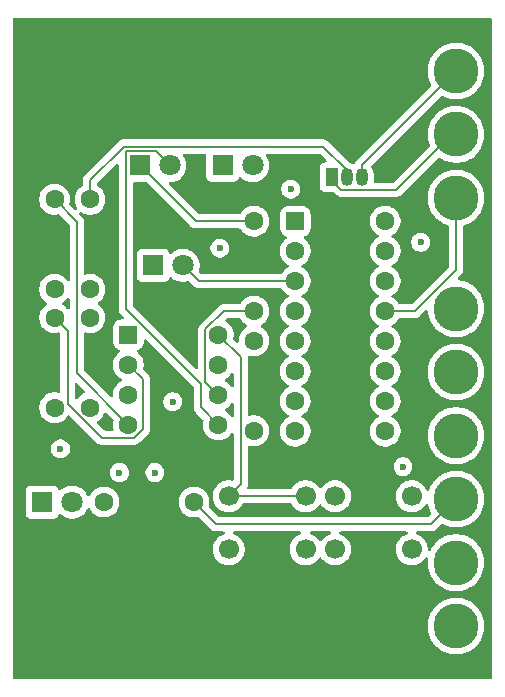
<source format=gbr>
%TF.GenerationSoftware,KiCad,Pcbnew,9.0.7*%
%TF.CreationDate,2026-01-29T16:27:59+09:00*%
%TF.ProjectId,ono-kairo,6f6e6f2d-6b61-4697-926f-2e6b69636164,rev?*%
%TF.SameCoordinates,Original*%
%TF.FileFunction,Copper,L2,Bot*%
%TF.FilePolarity,Positive*%
%FSLAX46Y46*%
G04 Gerber Fmt 4.6, Leading zero omitted, Abs format (unit mm)*
G04 Created by KiCad (PCBNEW 9.0.7) date 2026-01-29 16:27:59*
%MOMM*%
%LPD*%
G01*
G04 APERTURE LIST*
G04 Aperture macros list*
%AMRoundRect*
0 Rectangle with rounded corners*
0 $1 Rounding radius*
0 $2 $3 $4 $5 $6 $7 $8 $9 X,Y pos of 4 corners*
0 Add a 4 corners polygon primitive as box body*
4,1,4,$2,$3,$4,$5,$6,$7,$8,$9,$2,$3,0*
0 Add four circle primitives for the rounded corners*
1,1,$1+$1,$2,$3*
1,1,$1+$1,$4,$5*
1,1,$1+$1,$6,$7*
1,1,$1+$1,$8,$9*
0 Add four rect primitives between the rounded corners*
20,1,$1+$1,$2,$3,$4,$5,0*
20,1,$1+$1,$4,$5,$6,$7,0*
20,1,$1+$1,$6,$7,$8,$9,0*
20,1,$1+$1,$8,$9,$2,$3,0*%
G04 Aperture macros list end*
%TA.AperFunction,ComponentPad*%
%ADD10RoundRect,0.250000X-0.550000X-0.550000X0.550000X-0.550000X0.550000X0.550000X-0.550000X0.550000X0*%
%TD*%
%TA.AperFunction,ComponentPad*%
%ADD11C,1.600000*%
%TD*%
%TA.AperFunction,ComponentPad*%
%ADD12C,3.800000*%
%TD*%
%TA.AperFunction,ComponentPad*%
%ADD13R,1.800000X1.800000*%
%TD*%
%TA.AperFunction,ComponentPad*%
%ADD14C,1.800000*%
%TD*%
%TA.AperFunction,ComponentPad*%
%ADD15R,1.050000X1.500000*%
%TD*%
%TA.AperFunction,ComponentPad*%
%ADD16O,1.050000X1.500000*%
%TD*%
%TA.AperFunction,ComponentPad*%
%ADD17C,1.700000*%
%TD*%
%TA.AperFunction,ViaPad*%
%ADD18C,0.600000*%
%TD*%
%TA.AperFunction,Conductor*%
%ADD19C,0.200000*%
%TD*%
G04 APERTURE END LIST*
D10*
%TO.P,U1,1,CH0*%
%TO.N,Net-(U1-CH0)*%
X183380000Y-47220000D03*
D11*
%TO.P,U1,2,CH1*%
%TO.N,Net-(U1-CH1)*%
X183380000Y-49760000D03*
%TO.P,U1,3,CH2*%
%TO.N,Net-(U1-CH2)*%
X183380000Y-52300000D03*
%TO.P,U1,4,CH3*%
%TO.N,unconnected-(U1-CH3-Pad4)*%
X183380000Y-54840000D03*
%TO.P,U1,5,CH4*%
%TO.N,unconnected-(U1-CH4-Pad5)*%
X183380000Y-57380000D03*
%TO.P,U1,6,CH5*%
%TO.N,unconnected-(U1-CH5-Pad6)*%
X183380000Y-59920000D03*
%TO.P,U1,7,CH6*%
%TO.N,unconnected-(U1-CH6-Pad7)*%
X183380000Y-62460000D03*
%TO.P,U1,8,CH7*%
%TO.N,unconnected-(U1-CH7-Pad8)*%
X183380000Y-65000000D03*
%TO.P,U1,9,DGND*%
%TO.N,Net-(DS18B20-GND)*%
X191000000Y-65000000D03*
%TO.P,U1,10,~{CS}/SHDN*%
%TO.N,Net-(U1-~{CS}{slash}SHDN)*%
X191000000Y-62460000D03*
%TO.P,U1,11,Din*%
%TO.N,Net-(U1-Din)*%
X191000000Y-59920000D03*
%TO.P,U1,12,Dout*%
%TO.N,Net-(U1-Dout)*%
X191000000Y-57380000D03*
%TO.P,U1,13,CLK*%
%TO.N,Net-(U1-CLK)*%
X191000000Y-54840000D03*
%TO.P,U1,14,AGND*%
%TO.N,Net-(DS18B20-GND)*%
X191000000Y-52300000D03*
%TO.P,U1,15,Vref*%
%TO.N,Net-(DS18B20-V_{DD})*%
X191000000Y-49760000D03*
%TO.P,U1,16,Vdd*%
X191000000Y-47220000D03*
%TD*%
%TO.P,10k_1,1*%
%TO.N,Net-(U1-CH2)*%
X166000000Y-55380000D03*
%TO.P,10k_1,2*%
%TO.N,Net-(DS18B20-GND)*%
X166000000Y-63000000D03*
%TD*%
D12*
%TO.P,MOSI1,1,1*%
%TO.N,Net-(U1-Din)*%
X197000000Y-59997640D03*
%TD*%
D11*
%TO.P,10k1_2,1*%
%TO.N,Net-(DS18B20-V_{DD})*%
X166000000Y-53000000D03*
%TO.P,10k1_2,2*%
%TO.N,Net-(DS18B20-DQ)*%
X166000000Y-45380000D03*
%TD*%
D13*
%TO.P,D1,1,K*%
%TO.N,Net-(D1-K)*%
X161960000Y-71000000D03*
D14*
%TO.P,D1,2,A*%
%TO.N,Net-(D1-A)*%
X164500000Y-71000000D03*
%TD*%
D11*
%TO.P,1k1,1*%
%TO.N,Net-(U3A--)*%
X163000000Y-53000000D03*
%TO.P,1k1,2*%
%TO.N,Net-(D1-K)*%
X163000000Y-45380000D03*
%TD*%
D12*
%TO.P,CE0,1,1*%
%TO.N,Net-(U1-~{CS}{slash}SHDN)*%
X197000000Y-65373230D03*
%TD*%
D11*
%TO.P,510,1*%
%TO.N,Net-(U1-CH1)*%
X163000000Y-63000000D03*
%TO.P,510,2*%
%TO.N,Net-(U3A--)*%
X163000000Y-55380000D03*
%TD*%
%TO.P,1k2,1*%
%TO.N,Net-(U3B--)*%
X179880000Y-54840000D03*
%TO.P,1k2,2*%
%TO.N,Net-(D1-K)*%
X179880000Y-47220000D03*
%TD*%
D15*
%TO.P,DS18B20,1,GND*%
%TO.N,Net-(DS18B20-GND)*%
X186460000Y-43500000D03*
D16*
%TO.P,DS18B20,2,DQ*%
%TO.N,Net-(DS18B20-DQ)*%
X187730000Y-43500000D03*
%TO.P,DS18B20,3,V_{DD}*%
%TO.N,Net-(DS18B20-V_{DD})*%
X189000000Y-43500000D03*
%TD*%
D17*
%TO.P,J1,1,Pin_1*%
%TO.N,Net-(DS18B20-V_{DD})*%
X177750000Y-70500000D03*
X184250000Y-70500000D03*
%TO.P,J1,2,Pin_2*%
%TO.N,Net-(J1-Pin_2)*%
X177750000Y-75000000D03*
X184250000Y-75000000D03*
%TD*%
D12*
%TO.P,GPIO20,1,1*%
%TO.N,Net-(J2-Pin_1)*%
X197000000Y-76124410D03*
%TD*%
%TO.P,GPIO16,1,1*%
%TO.N,Net-(330_1-Pad2)*%
X197000000Y-70748820D03*
%TD*%
%TO.P,CLK1,1,1*%
%TO.N,Net-(U1-CLK)*%
X197000000Y-45251180D03*
%TD*%
D17*
%TO.P,J2,1,Pin_1*%
%TO.N,Net-(J2-Pin_1)*%
X186750000Y-70500000D03*
X193250000Y-70500000D03*
%TO.P,J2,2,Pin_2*%
%TO.N,Net-(DS18B20-V_{DD})*%
X186750000Y-75000000D03*
X193250000Y-75000000D03*
%TD*%
D12*
%TO.P,GPIO21,1,1*%
%TO.N,Net-(J1-Pin_2)*%
X197000000Y-81500000D03*
%TD*%
%TO.P,MISO1,1,1*%
%TO.N,Net-(U1-Dout)*%
X197000000Y-54622049D03*
%TD*%
D13*
%TO.P,Cdscell1,1*%
%TO.N,Net-(DS18B20-V_{DD})*%
X171340000Y-50960000D03*
D14*
%TO.P,Cdscell1,2*%
%TO.N,Net-(U1-CH2)*%
X173880000Y-50960000D03*
%TD*%
D13*
%TO.P,pH_sensor1,1*%
%TO.N,Net-(D1-K)*%
X170225000Y-42500000D03*
D14*
%TO.P,pH_sensor1,2*%
%TO.N,Net-(U3B-+)*%
X172765000Y-42500000D03*
%TD*%
D11*
%TO.P,510_2,1*%
%TO.N,Net-(U1-CH0)*%
X179880000Y-57340000D03*
%TO.P,510_2,2*%
%TO.N,Net-(U3B--)*%
X179880000Y-64960000D03*
%TD*%
D12*
%TO.P,GND1,1,1*%
%TO.N,Net-(DS18B20-GND)*%
X197000000Y-39875590D03*
%TD*%
D11*
%TO.P,330_1,1*%
%TO.N,Net-(D1-A)*%
X167190000Y-71000000D03*
%TO.P,330_1,2*%
%TO.N,Net-(330_1-Pad2)*%
X174810000Y-71000000D03*
%TD*%
D13*
%TO.P,EC_sensor1,1*%
%TO.N,Net-(DS18B20-V_{DD})*%
X177225000Y-42500000D03*
D14*
%TO.P,EC_sensor1,2*%
%TO.N,Net-(DS18B20-GND)*%
X179765000Y-42500000D03*
%TD*%
D10*
%TO.P,U3,1*%
%TO.N,Net-(U1-CH1)*%
X169260000Y-56840000D03*
D11*
%TO.P,U3,2,-*%
%TO.N,Net-(U3A--)*%
X169260000Y-59380000D03*
%TO.P,U3,3,+*%
%TO.N,Net-(DS18B20-GND)*%
X169260000Y-61920000D03*
%TO.P,U3,4,V-*%
%TO.N,Net-(D1-K)*%
X169260000Y-64460000D03*
%TO.P,U3,5,+*%
%TO.N,Net-(U3B-+)*%
X176880000Y-64460000D03*
%TO.P,U3,6,-*%
%TO.N,Net-(U3B--)*%
X176880000Y-61920000D03*
%TO.P,U3,7*%
%TO.N,Net-(U1-CH0)*%
X176880000Y-59380000D03*
%TO.P,U3,8,V+*%
%TO.N,Net-(DS18B20-V_{DD})*%
X176880000Y-56840000D03*
%TD*%
D12*
%TO.P,3.3V1,1,1*%
%TO.N,Net-(DS18B20-V_{DD})*%
X197000000Y-34500000D03*
%TD*%
D18*
%TO.N,*%
X173000000Y-62500000D03*
X183000000Y-44500000D03*
X163500000Y-66500000D03*
X168500000Y-68500000D03*
X194000000Y-49000000D03*
X171500000Y-68500000D03*
X192500000Y-68000000D03*
X177000000Y-49500000D03*
%TD*%
D19*
%TO.N,Net-(U1-CH2)*%
X175220000Y-52300000D02*
X183380000Y-52300000D01*
X173880000Y-50960000D02*
X175220000Y-52300000D01*
%TO.N,Net-(D1-K)*%
X164899000Y-47279000D02*
X163000000Y-45380000D01*
X174945000Y-47220000D02*
X179880000Y-47220000D01*
X170225000Y-42500000D02*
X174945000Y-47220000D01*
X169260000Y-64460000D02*
X164899000Y-60099000D01*
X164899000Y-60099000D02*
X164899000Y-47279000D01*
%TO.N,Net-(U1-CLK)*%
X193481458Y-54840000D02*
X197000000Y-51321458D01*
X191000000Y-54840000D02*
X193481458Y-54840000D01*
X197000000Y-51321458D02*
X197000000Y-45251180D01*
%TO.N,Net-(U3A--)*%
X170500000Y-60620000D02*
X169260000Y-59380000D01*
X163000000Y-55380000D02*
X164101000Y-56481000D01*
X164101000Y-62658050D02*
X167003950Y-65561000D01*
X169716050Y-65561000D02*
X170500000Y-64777050D01*
X167003950Y-65561000D02*
X169716050Y-65561000D01*
X170500000Y-64777050D02*
X170500000Y-60620000D01*
X164101000Y-56481000D02*
X164101000Y-62658050D01*
%TO.N,Net-(DS18B20-V_{DD})*%
X178779000Y-58739000D02*
X178779000Y-69471000D01*
X184250000Y-70500000D02*
X177750000Y-70500000D01*
X197000000Y-34500000D02*
X189000000Y-42500000D01*
X178779000Y-69471000D02*
X177750000Y-70500000D01*
X189000000Y-42500000D02*
X189000000Y-43500000D01*
X176880000Y-56840000D02*
X178779000Y-58739000D01*
%TO.N,Net-(DS18B20-DQ)*%
X166000000Y-45380000D02*
X166000000Y-43755900D01*
X187730000Y-42893000D02*
X187730000Y-43500000D01*
X185735000Y-40898000D02*
X187730000Y-42893000D01*
X168857900Y-40898000D02*
X185735000Y-40898000D01*
X166000000Y-43755900D02*
X168857900Y-40898000D01*
%TO.N,Net-(330_1-Pad2)*%
X197000000Y-70748820D02*
X194871060Y-72877760D01*
X194871060Y-72877760D02*
X176687760Y-72877760D01*
X176687760Y-72877760D02*
X174810000Y-71000000D01*
%TO.N,Net-(DS18B20-GND)*%
X186460000Y-43725000D02*
X187286000Y-44551000D01*
X187286000Y-44551000D02*
X191949000Y-44551000D01*
X186460000Y-43500000D02*
X186460000Y-43725000D01*
X196624410Y-39875590D02*
X197000000Y-39875590D01*
X191949000Y-44551000D02*
X196624410Y-39875590D01*
%TO.N,Net-(U3B--)*%
X177322950Y-54840000D02*
X179880000Y-54840000D01*
X175779000Y-60819000D02*
X175779000Y-56383950D01*
X175779000Y-56383950D02*
X177322950Y-54840000D01*
X176880000Y-61920000D02*
X175779000Y-60819000D01*
%TO.N,Net-(U3B-+)*%
X169024000Y-54631100D02*
X175378000Y-60985100D01*
X169024000Y-41299000D02*
X169024000Y-54631100D01*
X175378000Y-60985100D02*
X175378000Y-62958000D01*
X175378000Y-62958000D02*
X176880000Y-64460000D01*
X171564000Y-41299000D02*
X169024000Y-41299000D01*
X172765000Y-42500000D02*
X171564000Y-41299000D01*
%TD*%
%TA.AperFunction,NonConductor*%
G36*
X199942539Y-30020185D02*
G01*
X199988294Y-30072989D01*
X199999500Y-30124500D01*
X199999500Y-85875500D01*
X199979815Y-85942539D01*
X199927011Y-85988294D01*
X199875500Y-85999500D01*
X159624500Y-85999500D01*
X159557461Y-85979815D01*
X159511706Y-85927011D01*
X159500500Y-85875500D01*
X159500500Y-81365186D01*
X194599500Y-81365186D01*
X194599500Y-81634813D01*
X194629686Y-81902719D01*
X194629688Y-81902731D01*
X194689684Y-82165594D01*
X194689687Y-82165602D01*
X194778734Y-82420082D01*
X194895714Y-82662994D01*
X194895716Y-82662997D01*
X195039162Y-82891289D01*
X195207266Y-83102085D01*
X195397915Y-83292734D01*
X195608711Y-83460838D01*
X195837003Y-83604284D01*
X196079921Y-83721267D01*
X196271049Y-83788145D01*
X196334397Y-83810312D01*
X196334405Y-83810315D01*
X196334408Y-83810315D01*
X196334409Y-83810316D01*
X196597268Y-83870312D01*
X196865187Y-83900499D01*
X196865188Y-83900500D01*
X196865191Y-83900500D01*
X197134812Y-83900500D01*
X197134812Y-83900499D01*
X197402732Y-83870312D01*
X197665591Y-83810316D01*
X197920079Y-83721267D01*
X198162997Y-83604284D01*
X198391289Y-83460838D01*
X198602085Y-83292734D01*
X198792734Y-83102085D01*
X198960838Y-82891289D01*
X199104284Y-82662997D01*
X199221267Y-82420079D01*
X199310316Y-82165591D01*
X199370312Y-81902732D01*
X199400500Y-81634809D01*
X199400500Y-81365191D01*
X199370312Y-81097268D01*
X199310316Y-80834409D01*
X199221267Y-80579921D01*
X199104284Y-80337003D01*
X198960838Y-80108711D01*
X198792734Y-79897915D01*
X198602085Y-79707266D01*
X198391289Y-79539162D01*
X198162997Y-79395716D01*
X198162994Y-79395714D01*
X197920082Y-79278734D01*
X197665602Y-79189687D01*
X197665594Y-79189684D01*
X197468446Y-79144687D01*
X197402732Y-79129688D01*
X197402728Y-79129687D01*
X197402719Y-79129686D01*
X197134813Y-79099500D01*
X197134809Y-79099500D01*
X196865191Y-79099500D01*
X196865186Y-79099500D01*
X196597280Y-79129686D01*
X196597268Y-79129688D01*
X196334405Y-79189684D01*
X196334397Y-79189687D01*
X196079917Y-79278734D01*
X195837005Y-79395714D01*
X195608712Y-79539161D01*
X195397915Y-79707265D01*
X195207265Y-79897915D01*
X195039161Y-80108712D01*
X194895714Y-80337005D01*
X194778734Y-80579917D01*
X194689687Y-80834397D01*
X194689684Y-80834405D01*
X194629688Y-81097268D01*
X194629686Y-81097280D01*
X194599500Y-81365186D01*
X159500500Y-81365186D01*
X159500500Y-70052135D01*
X160559500Y-70052135D01*
X160559500Y-71947870D01*
X160559501Y-71947876D01*
X160565908Y-72007483D01*
X160616202Y-72142328D01*
X160616206Y-72142335D01*
X160702452Y-72257544D01*
X160702455Y-72257547D01*
X160817664Y-72343793D01*
X160817671Y-72343797D01*
X160952517Y-72394091D01*
X160952516Y-72394091D01*
X160959444Y-72394835D01*
X161012127Y-72400500D01*
X162907872Y-72400499D01*
X162967483Y-72394091D01*
X163102331Y-72343796D01*
X163217546Y-72257546D01*
X163303796Y-72142331D01*
X163304625Y-72140109D01*
X163333601Y-72062420D01*
X163375471Y-72006486D01*
X163440936Y-71982068D01*
X163509209Y-71996919D01*
X163537464Y-72018071D01*
X163587636Y-72068243D01*
X163587641Y-72068247D01*
X163648258Y-72112287D01*
X163765978Y-72197815D01*
X163891615Y-72261831D01*
X163962393Y-72297895D01*
X163962396Y-72297896D01*
X164067221Y-72331955D01*
X164172049Y-72366015D01*
X164389778Y-72400500D01*
X164389779Y-72400500D01*
X164610221Y-72400500D01*
X164610222Y-72400500D01*
X164827951Y-72366015D01*
X165037606Y-72297895D01*
X165234022Y-72197815D01*
X165412365Y-72068242D01*
X165568242Y-71912365D01*
X165697815Y-71734022D01*
X165790632Y-71551859D01*
X165838607Y-71501064D01*
X165906428Y-71484269D01*
X165972563Y-71506807D01*
X166011602Y-71551860D01*
X166077715Y-71681614D01*
X166198028Y-71847213D01*
X166342786Y-71991971D01*
X166497749Y-72104556D01*
X166508390Y-72112287D01*
X166624607Y-72171503D01*
X166690776Y-72205218D01*
X166690778Y-72205218D01*
X166690781Y-72205220D01*
X166795137Y-72239127D01*
X166885465Y-72268477D01*
X166986557Y-72284488D01*
X167087648Y-72300500D01*
X167087649Y-72300500D01*
X167292351Y-72300500D01*
X167292352Y-72300500D01*
X167494534Y-72268477D01*
X167689219Y-72205220D01*
X167871610Y-72112287D01*
X167987961Y-72027754D01*
X168037213Y-71991971D01*
X168037215Y-71991968D01*
X168037219Y-71991966D01*
X168181966Y-71847219D01*
X168181968Y-71847215D01*
X168181971Y-71847213D01*
X168251469Y-71751555D01*
X168302287Y-71681610D01*
X168395220Y-71499219D01*
X168458477Y-71304534D01*
X168490500Y-71102352D01*
X168490500Y-70897648D01*
X173509500Y-70897648D01*
X173509500Y-71102351D01*
X173541522Y-71304534D01*
X173604781Y-71499223D01*
X173668691Y-71624653D01*
X173691236Y-71668899D01*
X173697715Y-71681613D01*
X173818028Y-71847213D01*
X173962786Y-71991971D01*
X174117749Y-72104556D01*
X174128390Y-72112287D01*
X174244607Y-72171503D01*
X174310776Y-72205218D01*
X174310778Y-72205218D01*
X174310781Y-72205220D01*
X174415137Y-72239127D01*
X174505465Y-72268477D01*
X174606557Y-72284488D01*
X174707648Y-72300500D01*
X174707649Y-72300500D01*
X174912351Y-72300500D01*
X174912352Y-72300500D01*
X175114534Y-72268477D01*
X175128842Y-72263827D01*
X175198679Y-72261831D01*
X175254841Y-72294077D01*
X176319044Y-73358280D01*
X176319046Y-73358281D01*
X176319050Y-73358284D01*
X176455969Y-73437333D01*
X176455976Y-73437337D01*
X176608703Y-73478261D01*
X176608705Y-73478261D01*
X176774414Y-73478261D01*
X176774430Y-73478260D01*
X177280221Y-73478260D01*
X177347260Y-73497945D01*
X177393015Y-73550749D01*
X177402959Y-73619907D01*
X177373934Y-73683463D01*
X177318539Y-73720190D01*
X177231588Y-73748443D01*
X177231585Y-73748444D01*
X177042179Y-73844951D01*
X176870213Y-73969890D01*
X176719890Y-74120213D01*
X176594951Y-74292179D01*
X176498444Y-74481585D01*
X176432753Y-74683760D01*
X176399500Y-74893713D01*
X176399500Y-75106286D01*
X176432753Y-75316239D01*
X176498444Y-75518414D01*
X176594951Y-75707820D01*
X176719890Y-75879786D01*
X176870213Y-76030109D01*
X177042179Y-76155048D01*
X177042181Y-76155049D01*
X177042184Y-76155051D01*
X177231588Y-76251557D01*
X177433757Y-76317246D01*
X177643713Y-76350500D01*
X177643714Y-76350500D01*
X177856286Y-76350500D01*
X177856287Y-76350500D01*
X178066243Y-76317246D01*
X178268412Y-76251557D01*
X178457816Y-76155051D01*
X178479789Y-76139086D01*
X178629786Y-76030109D01*
X178629788Y-76030106D01*
X178629792Y-76030104D01*
X178780104Y-75879792D01*
X178780106Y-75879788D01*
X178780109Y-75879786D01*
X178905048Y-75707820D01*
X178905047Y-75707820D01*
X178905051Y-75707816D01*
X179001557Y-75518412D01*
X179067246Y-75316243D01*
X179100500Y-75106287D01*
X179100500Y-74893713D01*
X179067246Y-74683757D01*
X179001557Y-74481588D01*
X178905051Y-74292184D01*
X178905049Y-74292181D01*
X178905048Y-74292179D01*
X178780109Y-74120213D01*
X178629786Y-73969890D01*
X178457820Y-73844951D01*
X178268414Y-73748444D01*
X178268413Y-73748443D01*
X178268412Y-73748443D01*
X178181460Y-73720190D01*
X178123785Y-73680753D01*
X178096587Y-73616395D01*
X178108502Y-73547548D01*
X178155746Y-73496073D01*
X178219779Y-73478260D01*
X183780221Y-73478260D01*
X183847260Y-73497945D01*
X183893015Y-73550749D01*
X183902959Y-73619907D01*
X183873934Y-73683463D01*
X183818539Y-73720190D01*
X183731588Y-73748443D01*
X183731585Y-73748444D01*
X183542179Y-73844951D01*
X183370213Y-73969890D01*
X183219890Y-74120213D01*
X183094951Y-74292179D01*
X182998444Y-74481585D01*
X182932753Y-74683760D01*
X182899500Y-74893713D01*
X182899500Y-75106286D01*
X182932753Y-75316239D01*
X182998444Y-75518414D01*
X183094951Y-75707820D01*
X183219890Y-75879786D01*
X183370213Y-76030109D01*
X183542179Y-76155048D01*
X183542181Y-76155049D01*
X183542184Y-76155051D01*
X183731588Y-76251557D01*
X183933757Y-76317246D01*
X184143713Y-76350500D01*
X184143714Y-76350500D01*
X184356286Y-76350500D01*
X184356287Y-76350500D01*
X184566243Y-76317246D01*
X184768412Y-76251557D01*
X184957816Y-76155051D01*
X184979789Y-76139086D01*
X185129786Y-76030109D01*
X185129788Y-76030106D01*
X185129792Y-76030104D01*
X185280104Y-75879792D01*
X185399683Y-75715204D01*
X185455011Y-75672540D01*
X185524624Y-75666561D01*
X185586420Y-75699166D01*
X185600313Y-75715199D01*
X185666412Y-75806177D01*
X185719896Y-75879792D01*
X185870213Y-76030109D01*
X186042179Y-76155048D01*
X186042181Y-76155049D01*
X186042184Y-76155051D01*
X186231588Y-76251557D01*
X186433757Y-76317246D01*
X186643713Y-76350500D01*
X186643714Y-76350500D01*
X186856286Y-76350500D01*
X186856287Y-76350500D01*
X187066243Y-76317246D01*
X187268412Y-76251557D01*
X187457816Y-76155051D01*
X187479789Y-76139086D01*
X187629786Y-76030109D01*
X187629788Y-76030106D01*
X187629792Y-76030104D01*
X187780104Y-75879792D01*
X187780106Y-75879788D01*
X187780109Y-75879786D01*
X187905048Y-75707820D01*
X187905047Y-75707820D01*
X187905051Y-75707816D01*
X188001557Y-75518412D01*
X188067246Y-75316243D01*
X188100500Y-75106287D01*
X188100500Y-74893713D01*
X188067246Y-74683757D01*
X188001557Y-74481588D01*
X187905051Y-74292184D01*
X187905049Y-74292181D01*
X187905048Y-74292179D01*
X187780109Y-74120213D01*
X187629786Y-73969890D01*
X187457820Y-73844951D01*
X187268414Y-73748444D01*
X187268413Y-73748443D01*
X187268412Y-73748443D01*
X187181460Y-73720190D01*
X187123785Y-73680753D01*
X187096587Y-73616395D01*
X187108502Y-73547548D01*
X187155746Y-73496073D01*
X187219779Y-73478260D01*
X192780221Y-73478260D01*
X192847260Y-73497945D01*
X192893015Y-73550749D01*
X192902959Y-73619907D01*
X192873934Y-73683463D01*
X192818539Y-73720190D01*
X192731588Y-73748443D01*
X192731585Y-73748444D01*
X192542179Y-73844951D01*
X192370213Y-73969890D01*
X192219890Y-74120213D01*
X192094951Y-74292179D01*
X191998444Y-74481585D01*
X191932753Y-74683760D01*
X191899500Y-74893713D01*
X191899500Y-75106286D01*
X191932753Y-75316239D01*
X191998444Y-75518414D01*
X192094951Y-75707820D01*
X192219890Y-75879786D01*
X192370213Y-76030109D01*
X192542179Y-76155048D01*
X192542181Y-76155049D01*
X192542184Y-76155051D01*
X192731588Y-76251557D01*
X192933757Y-76317246D01*
X193143713Y-76350500D01*
X193143714Y-76350500D01*
X193356286Y-76350500D01*
X193356287Y-76350500D01*
X193566243Y-76317246D01*
X193768412Y-76251557D01*
X193957816Y-76155051D01*
X193979789Y-76139086D01*
X194129786Y-76030109D01*
X194129788Y-76030106D01*
X194129792Y-76030104D01*
X194280104Y-75879792D01*
X194396629Y-75719406D01*
X194451957Y-75676743D01*
X194521570Y-75670764D01*
X194583366Y-75703369D01*
X194617723Y-75764207D01*
X194620166Y-75806177D01*
X194599500Y-75989594D01*
X194599500Y-76259223D01*
X194629686Y-76527129D01*
X194629688Y-76527141D01*
X194689684Y-76790004D01*
X194689687Y-76790012D01*
X194778734Y-77044492D01*
X194895714Y-77287404D01*
X194895716Y-77287407D01*
X195039162Y-77515699D01*
X195207266Y-77726495D01*
X195397915Y-77917144D01*
X195608711Y-78085248D01*
X195837003Y-78228694D01*
X196079921Y-78345677D01*
X196271049Y-78412555D01*
X196334397Y-78434722D01*
X196334405Y-78434725D01*
X196334408Y-78434725D01*
X196334409Y-78434726D01*
X196597268Y-78494722D01*
X196865187Y-78524909D01*
X196865188Y-78524910D01*
X196865191Y-78524910D01*
X197134812Y-78524910D01*
X197134812Y-78524909D01*
X197402732Y-78494722D01*
X197665591Y-78434726D01*
X197920079Y-78345677D01*
X198162997Y-78228694D01*
X198391289Y-78085248D01*
X198602085Y-77917144D01*
X198792734Y-77726495D01*
X198960838Y-77515699D01*
X199104284Y-77287407D01*
X199221267Y-77044489D01*
X199310316Y-76790001D01*
X199370312Y-76527142D01*
X199400500Y-76259219D01*
X199400500Y-75989601D01*
X199370312Y-75721678D01*
X199310316Y-75458819D01*
X199221267Y-75204331D01*
X199104284Y-74961413D01*
X198960838Y-74733121D01*
X198792734Y-74522325D01*
X198602085Y-74331676D01*
X198391289Y-74163572D01*
X198162997Y-74020126D01*
X198162994Y-74020124D01*
X197920082Y-73903144D01*
X197665602Y-73814097D01*
X197665594Y-73814094D01*
X197468446Y-73769097D01*
X197402732Y-73754098D01*
X197402728Y-73754097D01*
X197402719Y-73754096D01*
X197134813Y-73723910D01*
X197134809Y-73723910D01*
X196865191Y-73723910D01*
X196865186Y-73723910D01*
X196597280Y-73754096D01*
X196597268Y-73754098D01*
X196334405Y-73814094D01*
X196334397Y-73814097D01*
X196079917Y-73903144D01*
X195837005Y-74020124D01*
X195608712Y-74163571D01*
X195397915Y-74331675D01*
X195207265Y-74522325D01*
X195039161Y-74733122D01*
X194895714Y-74961415D01*
X194836220Y-75084957D01*
X194789398Y-75136816D01*
X194721971Y-75155129D01*
X194655347Y-75134081D01*
X194610678Y-75080355D01*
X194600500Y-75031155D01*
X194600500Y-74893713D01*
X194567246Y-74683757D01*
X194501557Y-74481588D01*
X194405051Y-74292184D01*
X194405049Y-74292181D01*
X194405048Y-74292179D01*
X194280109Y-74120213D01*
X194129786Y-73969890D01*
X193957820Y-73844951D01*
X193768414Y-73748444D01*
X193768413Y-73748443D01*
X193768412Y-73748443D01*
X193681460Y-73720190D01*
X193623785Y-73680753D01*
X193596587Y-73616395D01*
X193608502Y-73547548D01*
X193655746Y-73496073D01*
X193719779Y-73478260D01*
X194784391Y-73478260D01*
X194784407Y-73478261D01*
X194792003Y-73478261D01*
X194950114Y-73478261D01*
X194950117Y-73478261D01*
X195102845Y-73437337D01*
X195152964Y-73408399D01*
X195239776Y-73358280D01*
X195351580Y-73246476D01*
X195351580Y-73246474D01*
X195361788Y-73236267D01*
X195361790Y-73236264D01*
X195712659Y-72885394D01*
X195773980Y-72851911D01*
X195843672Y-72856895D01*
X195854140Y-72861357D01*
X195904058Y-72885396D01*
X196079921Y-72970087D01*
X196271049Y-73036965D01*
X196334397Y-73059132D01*
X196334405Y-73059135D01*
X196334408Y-73059135D01*
X196334409Y-73059136D01*
X196597268Y-73119132D01*
X196865187Y-73149319D01*
X196865188Y-73149320D01*
X196865191Y-73149320D01*
X197134812Y-73149320D01*
X197134812Y-73149319D01*
X197402732Y-73119132D01*
X197665591Y-73059136D01*
X197920079Y-72970087D01*
X198162997Y-72853104D01*
X198391289Y-72709658D01*
X198602085Y-72541554D01*
X198792734Y-72350905D01*
X198960838Y-72140109D01*
X199104284Y-71911817D01*
X199221267Y-71668899D01*
X199310316Y-71414411D01*
X199370312Y-71151552D01*
X199400500Y-70883629D01*
X199400500Y-70614011D01*
X199370312Y-70346088D01*
X199310316Y-70083229D01*
X199221267Y-69828741D01*
X199110871Y-69599501D01*
X199104285Y-69585825D01*
X199104284Y-69585823D01*
X198960838Y-69357531D01*
X198792734Y-69146735D01*
X198602085Y-68956086D01*
X198391289Y-68787982D01*
X198162997Y-68644536D01*
X198162994Y-68644534D01*
X197920082Y-68527554D01*
X197665602Y-68438507D01*
X197665594Y-68438504D01*
X197468446Y-68393507D01*
X197402732Y-68378508D01*
X197402728Y-68378507D01*
X197402719Y-68378506D01*
X197134813Y-68348320D01*
X197134809Y-68348320D01*
X196865191Y-68348320D01*
X196865186Y-68348320D01*
X196597280Y-68378506D01*
X196597268Y-68378508D01*
X196334405Y-68438504D01*
X196334397Y-68438507D01*
X196079917Y-68527554D01*
X195837005Y-68644534D01*
X195608712Y-68787981D01*
X195397915Y-68956085D01*
X195207265Y-69146735D01*
X195039161Y-69357532D01*
X194895714Y-69585825D01*
X194778734Y-69828737D01*
X194729992Y-69968032D01*
X194689270Y-70024808D01*
X194624317Y-70050555D01*
X194555756Y-70037098D01*
X194505353Y-69988711D01*
X194502466Y-69983372D01*
X194453725Y-69887713D01*
X194405051Y-69792184D01*
X194405049Y-69792181D01*
X194405048Y-69792179D01*
X194280109Y-69620213D01*
X194129786Y-69469890D01*
X193957820Y-69344951D01*
X193768414Y-69248444D01*
X193768413Y-69248443D01*
X193768412Y-69248443D01*
X193566243Y-69182754D01*
X193566241Y-69182753D01*
X193566240Y-69182753D01*
X193404957Y-69157208D01*
X193356287Y-69149500D01*
X193143713Y-69149500D01*
X193095042Y-69157208D01*
X192933760Y-69182753D01*
X192731585Y-69248444D01*
X192542179Y-69344951D01*
X192370213Y-69469890D01*
X192219890Y-69620213D01*
X192094951Y-69792179D01*
X191998444Y-69981585D01*
X191932753Y-70183760D01*
X191919731Y-70265978D01*
X191899500Y-70393713D01*
X191899500Y-70606287D01*
X191909534Y-70669644D01*
X191913624Y-70695465D01*
X191932754Y-70816243D01*
X191959204Y-70897648D01*
X191998444Y-71018414D01*
X192094951Y-71207820D01*
X192219890Y-71379786D01*
X192370213Y-71530109D01*
X192542179Y-71655048D01*
X192542181Y-71655049D01*
X192542184Y-71655051D01*
X192731588Y-71751557D01*
X192933757Y-71817246D01*
X193143713Y-71850500D01*
X193143714Y-71850500D01*
X193356286Y-71850500D01*
X193356287Y-71850500D01*
X193566243Y-71817246D01*
X193768412Y-71751557D01*
X193957816Y-71655051D01*
X193979789Y-71639086D01*
X194129786Y-71530109D01*
X194129788Y-71530106D01*
X194129792Y-71530104D01*
X194280104Y-71379792D01*
X194280106Y-71379788D01*
X194280109Y-71379786D01*
X194405050Y-71207818D01*
X194413789Y-71190666D01*
X194461762Y-71139869D01*
X194529582Y-71123072D01*
X194595718Y-71145607D01*
X194639171Y-71200321D01*
X194645166Y-71219365D01*
X194689684Y-71414414D01*
X194689687Y-71414422D01*
X194778734Y-71668902D01*
X194887462Y-71894678D01*
X194898814Y-71963620D01*
X194871092Y-72027754D01*
X194863423Y-72036161D01*
X194658644Y-72240941D01*
X194597321Y-72274426D01*
X194570963Y-72277260D01*
X176987858Y-72277260D01*
X176920819Y-72257575D01*
X176900177Y-72240941D01*
X176104077Y-71444841D01*
X176070592Y-71383518D01*
X176073827Y-71318842D01*
X176078477Y-71304534D01*
X176110500Y-71102352D01*
X176110500Y-70897648D01*
X176078477Y-70695466D01*
X176070868Y-70672049D01*
X176015218Y-70500776D01*
X175960666Y-70393713D01*
X175922287Y-70318390D01*
X175884208Y-70265978D01*
X175801971Y-70152786D01*
X175657213Y-70008028D01*
X175491613Y-69887715D01*
X175491612Y-69887714D01*
X175491610Y-69887713D01*
X175397411Y-69839716D01*
X175309223Y-69794781D01*
X175114534Y-69731522D01*
X174933086Y-69702784D01*
X174912352Y-69699500D01*
X174707648Y-69699500D01*
X174691201Y-69702105D01*
X174505465Y-69731522D01*
X174310776Y-69794781D01*
X174128386Y-69887715D01*
X173962786Y-70008028D01*
X173818028Y-70152786D01*
X173697715Y-70318386D01*
X173604781Y-70500776D01*
X173541522Y-70695465D01*
X173509500Y-70897648D01*
X168490500Y-70897648D01*
X168458477Y-70695466D01*
X168450868Y-70672049D01*
X168395218Y-70500776D01*
X168340666Y-70393713D01*
X168302287Y-70318390D01*
X168264208Y-70265978D01*
X168181971Y-70152786D01*
X168037213Y-70008028D01*
X167871613Y-69887715D01*
X167871612Y-69887714D01*
X167871610Y-69887713D01*
X167777411Y-69839716D01*
X167689223Y-69794781D01*
X167494534Y-69731522D01*
X167313086Y-69702784D01*
X167292352Y-69699500D01*
X167087648Y-69699500D01*
X167071201Y-69702105D01*
X166885465Y-69731522D01*
X166690776Y-69794781D01*
X166508386Y-69887715D01*
X166342786Y-70008028D01*
X166198028Y-70152786D01*
X166077715Y-70318386D01*
X166011602Y-70448139D01*
X165963627Y-70498935D01*
X165895806Y-70515730D01*
X165829671Y-70493192D01*
X165790633Y-70448140D01*
X165697814Y-70265976D01*
X165568247Y-70087641D01*
X165568243Y-70087636D01*
X165412363Y-69931756D01*
X165412358Y-69931752D01*
X165234025Y-69802187D01*
X165234024Y-69802186D01*
X165234022Y-69802185D01*
X165171096Y-69770122D01*
X165037606Y-69702104D01*
X165037603Y-69702103D01*
X164827952Y-69633985D01*
X164719086Y-69616742D01*
X164610222Y-69599500D01*
X164389778Y-69599500D01*
X164317201Y-69610995D01*
X164172047Y-69633985D01*
X163962396Y-69702103D01*
X163962393Y-69702104D01*
X163765974Y-69802187D01*
X163587641Y-69931752D01*
X163587636Y-69931756D01*
X163537463Y-69981929D01*
X163476140Y-70015413D01*
X163406448Y-70010428D01*
X163350515Y-69968557D01*
X163333601Y-69937580D01*
X163303797Y-69857671D01*
X163303793Y-69857664D01*
X163217547Y-69742455D01*
X163217544Y-69742452D01*
X163102335Y-69656206D01*
X163102328Y-69656202D01*
X162967482Y-69605908D01*
X162967483Y-69605908D01*
X162907883Y-69599501D01*
X162907881Y-69599500D01*
X162907873Y-69599500D01*
X162907864Y-69599500D01*
X161012129Y-69599500D01*
X161012123Y-69599501D01*
X160952516Y-69605908D01*
X160817671Y-69656202D01*
X160817664Y-69656206D01*
X160702455Y-69742452D01*
X160702452Y-69742455D01*
X160616206Y-69857664D01*
X160616202Y-69857671D01*
X160565908Y-69992517D01*
X160559501Y-70052116D01*
X160559500Y-70052135D01*
X159500500Y-70052135D01*
X159500500Y-68421153D01*
X167699500Y-68421153D01*
X167699500Y-68578846D01*
X167730261Y-68733489D01*
X167730264Y-68733501D01*
X167790602Y-68879172D01*
X167790609Y-68879185D01*
X167878210Y-69010288D01*
X167878213Y-69010292D01*
X167989707Y-69121786D01*
X167989711Y-69121789D01*
X168120814Y-69209390D01*
X168120827Y-69209397D01*
X168266498Y-69269735D01*
X168266503Y-69269737D01*
X168421153Y-69300499D01*
X168421156Y-69300500D01*
X168421158Y-69300500D01*
X168578844Y-69300500D01*
X168578845Y-69300499D01*
X168733497Y-69269737D01*
X168846166Y-69223067D01*
X168879172Y-69209397D01*
X168879172Y-69209396D01*
X168879179Y-69209394D01*
X169010289Y-69121789D01*
X169121789Y-69010289D01*
X169209394Y-68879179D01*
X169269737Y-68733497D01*
X169300500Y-68578842D01*
X169300500Y-68421158D01*
X169300500Y-68421155D01*
X169300499Y-68421153D01*
X170699500Y-68421153D01*
X170699500Y-68578846D01*
X170730261Y-68733489D01*
X170730264Y-68733501D01*
X170790602Y-68879172D01*
X170790609Y-68879185D01*
X170878210Y-69010288D01*
X170878213Y-69010292D01*
X170989707Y-69121786D01*
X170989711Y-69121789D01*
X171120814Y-69209390D01*
X171120827Y-69209397D01*
X171266498Y-69269735D01*
X171266503Y-69269737D01*
X171421153Y-69300499D01*
X171421156Y-69300500D01*
X171421158Y-69300500D01*
X171578844Y-69300500D01*
X171578845Y-69300499D01*
X171733497Y-69269737D01*
X171846166Y-69223067D01*
X171879172Y-69209397D01*
X171879172Y-69209396D01*
X171879179Y-69209394D01*
X172010289Y-69121789D01*
X172121789Y-69010289D01*
X172209394Y-68879179D01*
X172269737Y-68733497D01*
X172300500Y-68578842D01*
X172300500Y-68421158D01*
X172300500Y-68421155D01*
X172300499Y-68421153D01*
X172292016Y-68378506D01*
X172269737Y-68266503D01*
X172256062Y-68233489D01*
X172209397Y-68120827D01*
X172209390Y-68120814D01*
X172121789Y-67989711D01*
X172121786Y-67989707D01*
X172010292Y-67878213D01*
X172010288Y-67878210D01*
X171879185Y-67790609D01*
X171879172Y-67790602D01*
X171733501Y-67730264D01*
X171733489Y-67730261D01*
X171578845Y-67699500D01*
X171578842Y-67699500D01*
X171421158Y-67699500D01*
X171421155Y-67699500D01*
X171266510Y-67730261D01*
X171266498Y-67730264D01*
X171120827Y-67790602D01*
X171120814Y-67790609D01*
X170989711Y-67878210D01*
X170989707Y-67878213D01*
X170878213Y-67989707D01*
X170878210Y-67989711D01*
X170790609Y-68120814D01*
X170790602Y-68120827D01*
X170730264Y-68266498D01*
X170730261Y-68266510D01*
X170699500Y-68421153D01*
X169300499Y-68421153D01*
X169292016Y-68378506D01*
X169269737Y-68266503D01*
X169256062Y-68233489D01*
X169209397Y-68120827D01*
X169209390Y-68120814D01*
X169121789Y-67989711D01*
X169121786Y-67989707D01*
X169010292Y-67878213D01*
X169010288Y-67878210D01*
X168879185Y-67790609D01*
X168879172Y-67790602D01*
X168733501Y-67730264D01*
X168733489Y-67730261D01*
X168578845Y-67699500D01*
X168578842Y-67699500D01*
X168421158Y-67699500D01*
X168421155Y-67699500D01*
X168266510Y-67730261D01*
X168266498Y-67730264D01*
X168120827Y-67790602D01*
X168120814Y-67790609D01*
X167989711Y-67878210D01*
X167989707Y-67878213D01*
X167878213Y-67989707D01*
X167878210Y-67989711D01*
X167790609Y-68120814D01*
X167790602Y-68120827D01*
X167730264Y-68266498D01*
X167730261Y-68266510D01*
X167699500Y-68421153D01*
X159500500Y-68421153D01*
X159500500Y-66421153D01*
X162699500Y-66421153D01*
X162699500Y-66578846D01*
X162730261Y-66733489D01*
X162730264Y-66733501D01*
X162790602Y-66879172D01*
X162790609Y-66879185D01*
X162878210Y-67010288D01*
X162878213Y-67010292D01*
X162989707Y-67121786D01*
X162989711Y-67121789D01*
X163120814Y-67209390D01*
X163120827Y-67209397D01*
X163266498Y-67269735D01*
X163266503Y-67269737D01*
X163421153Y-67300499D01*
X163421156Y-67300500D01*
X163421158Y-67300500D01*
X163578844Y-67300500D01*
X163578845Y-67300499D01*
X163733497Y-67269737D01*
X163879179Y-67209394D01*
X164010289Y-67121789D01*
X164121789Y-67010289D01*
X164209394Y-66879179D01*
X164269737Y-66733497D01*
X164300500Y-66578842D01*
X164300500Y-66421158D01*
X164300500Y-66421155D01*
X164300499Y-66421153D01*
X164276499Y-66300500D01*
X164269737Y-66266503D01*
X164269735Y-66266498D01*
X164209397Y-66120827D01*
X164209390Y-66120814D01*
X164121789Y-65989711D01*
X164121786Y-65989707D01*
X164010292Y-65878213D01*
X164010288Y-65878210D01*
X163879185Y-65790609D01*
X163879172Y-65790602D01*
X163733501Y-65730264D01*
X163733489Y-65730261D01*
X163578845Y-65699500D01*
X163578842Y-65699500D01*
X163421158Y-65699500D01*
X163421155Y-65699500D01*
X163266510Y-65730261D01*
X163266498Y-65730264D01*
X163120827Y-65790602D01*
X163120814Y-65790609D01*
X162989711Y-65878210D01*
X162989707Y-65878213D01*
X162878213Y-65989707D01*
X162878210Y-65989711D01*
X162790609Y-66120814D01*
X162790602Y-66120827D01*
X162730264Y-66266498D01*
X162730261Y-66266510D01*
X162699500Y-66421153D01*
X159500500Y-66421153D01*
X159500500Y-45277648D01*
X161699500Y-45277648D01*
X161699500Y-45482351D01*
X161731522Y-45684534D01*
X161794781Y-45879223D01*
X161887715Y-46061613D01*
X162008028Y-46227213D01*
X162152786Y-46371971D01*
X162307749Y-46484556D01*
X162318390Y-46492287D01*
X162434607Y-46551503D01*
X162500776Y-46585218D01*
X162500778Y-46585218D01*
X162500781Y-46585220D01*
X162605137Y-46619127D01*
X162695465Y-46648477D01*
X162796557Y-46664488D01*
X162897648Y-46680500D01*
X162897649Y-46680500D01*
X163102351Y-46680500D01*
X163102352Y-46680500D01*
X163304534Y-46648477D01*
X163318842Y-46643827D01*
X163388679Y-46641831D01*
X163444841Y-46674077D01*
X164262181Y-47491416D01*
X164295666Y-47552739D01*
X164298500Y-47579097D01*
X164298500Y-52193056D01*
X164278815Y-52260095D01*
X164226011Y-52305850D01*
X164156853Y-52315794D01*
X164093297Y-52286769D01*
X164074182Y-52265941D01*
X163991971Y-52152787D01*
X163991967Y-52152782D01*
X163847213Y-52008028D01*
X163681613Y-51887715D01*
X163681612Y-51887714D01*
X163681610Y-51887713D01*
X163624653Y-51858691D01*
X163499223Y-51794781D01*
X163304534Y-51731522D01*
X163129995Y-51703878D01*
X163102352Y-51699500D01*
X162897648Y-51699500D01*
X162873329Y-51703351D01*
X162695465Y-51731522D01*
X162500776Y-51794781D01*
X162318386Y-51887715D01*
X162152786Y-52008028D01*
X162008028Y-52152786D01*
X161887715Y-52318386D01*
X161794781Y-52500776D01*
X161731522Y-52695465D01*
X161699500Y-52897648D01*
X161699500Y-53102351D01*
X161731522Y-53304534D01*
X161794781Y-53499223D01*
X161858691Y-53624653D01*
X161867248Y-53641446D01*
X161887715Y-53681613D01*
X162008028Y-53847213D01*
X162152782Y-53991967D01*
X162152787Y-53991971D01*
X162287275Y-54089682D01*
X162329941Y-54145011D01*
X162335920Y-54214625D01*
X162303315Y-54276420D01*
X162287275Y-54290318D01*
X162152787Y-54388028D01*
X162152782Y-54388032D01*
X162008028Y-54532786D01*
X161887715Y-54698386D01*
X161794781Y-54880776D01*
X161731522Y-55075465D01*
X161699500Y-55277648D01*
X161699500Y-55482351D01*
X161731522Y-55684534D01*
X161794781Y-55879223D01*
X161845883Y-55979515D01*
X161880518Y-56047490D01*
X161887715Y-56061613D01*
X162008028Y-56227213D01*
X162152786Y-56371971D01*
X162278089Y-56463007D01*
X162318390Y-56492287D01*
X162434607Y-56551503D01*
X162500776Y-56585218D01*
X162500778Y-56585218D01*
X162500781Y-56585220D01*
X162605137Y-56619127D01*
X162695465Y-56648477D01*
X162723555Y-56652926D01*
X162897648Y-56680500D01*
X162897649Y-56680500D01*
X163102351Y-56680500D01*
X163102352Y-56680500D01*
X163304534Y-56648477D01*
X163318842Y-56643827D01*
X163334054Y-56643392D01*
X163348315Y-56638074D01*
X163368268Y-56642414D01*
X163388682Y-56641831D01*
X163402769Y-56649920D01*
X163416588Y-56652926D01*
X163444842Y-56674077D01*
X163464181Y-56693416D01*
X163497666Y-56754739D01*
X163500500Y-56781097D01*
X163500500Y-61624524D01*
X163480815Y-61691563D01*
X163428011Y-61737318D01*
X163358853Y-61747262D01*
X163338183Y-61742455D01*
X163304542Y-61731524D01*
X163304535Y-61731523D01*
X163203443Y-61715511D01*
X163102352Y-61699500D01*
X162897648Y-61699500D01*
X162873329Y-61703351D01*
X162695465Y-61731522D01*
X162500776Y-61794781D01*
X162318386Y-61887715D01*
X162152786Y-62008028D01*
X162008028Y-62152786D01*
X161887715Y-62318386D01*
X161794781Y-62500776D01*
X161731522Y-62695465D01*
X161699500Y-62897648D01*
X161699500Y-63102351D01*
X161731522Y-63304534D01*
X161794781Y-63499223D01*
X161852643Y-63612781D01*
X161880966Y-63668369D01*
X161887715Y-63681613D01*
X162008028Y-63847213D01*
X162152786Y-63991971D01*
X162258657Y-64068889D01*
X162318390Y-64112287D01*
X162434607Y-64171503D01*
X162500776Y-64205218D01*
X162500778Y-64205218D01*
X162500781Y-64205220D01*
X162605137Y-64239127D01*
X162695465Y-64268477D01*
X162758028Y-64278386D01*
X162897648Y-64300500D01*
X162897649Y-64300500D01*
X163102351Y-64300500D01*
X163102352Y-64300500D01*
X163304534Y-64268477D01*
X163499219Y-64205220D01*
X163681610Y-64112287D01*
X163774590Y-64044732D01*
X163847213Y-63991971D01*
X163847215Y-63991968D01*
X163847219Y-63991966D01*
X163991966Y-63847219D01*
X164095558Y-63704635D01*
X164150886Y-63661971D01*
X164220499Y-63655992D01*
X164282294Y-63688597D01*
X164283556Y-63689841D01*
X166519089Y-65925374D01*
X166519099Y-65925385D01*
X166523429Y-65929715D01*
X166523430Y-65929716D01*
X166635234Y-66041520D01*
X166711118Y-66085331D01*
X166757806Y-66112287D01*
X166772165Y-66120577D01*
X166924892Y-66161500D01*
X166924893Y-66161500D01*
X169629381Y-66161500D01*
X169629397Y-66161501D01*
X169636993Y-66161501D01*
X169795104Y-66161501D01*
X169795107Y-66161501D01*
X169947835Y-66120577D01*
X170008882Y-66085331D01*
X170084766Y-66041520D01*
X170196570Y-65929716D01*
X170196570Y-65929714D01*
X170206774Y-65919511D01*
X170206777Y-65919506D01*
X170980520Y-65145766D01*
X171059577Y-65008834D01*
X171100501Y-64856107D01*
X171100501Y-64697992D01*
X171100501Y-64690397D01*
X171100500Y-64690379D01*
X171100500Y-62421153D01*
X172199500Y-62421153D01*
X172199500Y-62578846D01*
X172230261Y-62733489D01*
X172230264Y-62733501D01*
X172290602Y-62879172D01*
X172290609Y-62879185D01*
X172378210Y-63010288D01*
X172378213Y-63010292D01*
X172489707Y-63121786D01*
X172489711Y-63121789D01*
X172620814Y-63209390D01*
X172620827Y-63209397D01*
X172764593Y-63268946D01*
X172766503Y-63269737D01*
X172921083Y-63300485D01*
X172921153Y-63300499D01*
X172921156Y-63300500D01*
X172921158Y-63300500D01*
X173078844Y-63300500D01*
X173078845Y-63300499D01*
X173233497Y-63269737D01*
X173379179Y-63209394D01*
X173510289Y-63121789D01*
X173621789Y-63010289D01*
X173709394Y-62879179D01*
X173709494Y-62878939D01*
X173769735Y-62733501D01*
X173769737Y-62733497D01*
X173800500Y-62578842D01*
X173800500Y-62421158D01*
X173800500Y-62421155D01*
X173800499Y-62421153D01*
X173789917Y-62367953D01*
X173769737Y-62266503D01*
X173750022Y-62218907D01*
X173709397Y-62120827D01*
X173709390Y-62120814D01*
X173621789Y-61989711D01*
X173621786Y-61989707D01*
X173510292Y-61878213D01*
X173510288Y-61878210D01*
X173379185Y-61790609D01*
X173379172Y-61790602D01*
X173233501Y-61730264D01*
X173233489Y-61730261D01*
X173078845Y-61699500D01*
X173078842Y-61699500D01*
X172921158Y-61699500D01*
X172921155Y-61699500D01*
X172766510Y-61730261D01*
X172766498Y-61730264D01*
X172620827Y-61790602D01*
X172620814Y-61790609D01*
X172489711Y-61878210D01*
X172489707Y-61878213D01*
X172378213Y-61989707D01*
X172378210Y-61989711D01*
X172290609Y-62120814D01*
X172290602Y-62120827D01*
X172230264Y-62266498D01*
X172230261Y-62266510D01*
X172199500Y-62421153D01*
X171100500Y-62421153D01*
X171100500Y-60709059D01*
X171100501Y-60709046D01*
X171100501Y-60540945D01*
X171100501Y-60540943D01*
X171059577Y-60388215D01*
X171030639Y-60338095D01*
X170980520Y-60251284D01*
X170868716Y-60139480D01*
X170868715Y-60139479D01*
X170864385Y-60135149D01*
X170864374Y-60135139D01*
X170554077Y-59824842D01*
X170520592Y-59763519D01*
X170523828Y-59698841D01*
X170528477Y-59684534D01*
X170560500Y-59482352D01*
X170560500Y-59277648D01*
X170528477Y-59075466D01*
X170527606Y-59072786D01*
X170480571Y-58928028D01*
X170465220Y-58880781D01*
X170465218Y-58880778D01*
X170465218Y-58880776D01*
X170403926Y-58760485D01*
X170372287Y-58698390D01*
X170340989Y-58655311D01*
X170251971Y-58532786D01*
X170107219Y-58388034D01*
X170030047Y-58331966D01*
X170013547Y-58319978D01*
X169970882Y-58264649D01*
X169964903Y-58195036D01*
X169997508Y-58133240D01*
X170047426Y-58101955D01*
X170129334Y-58074814D01*
X170278656Y-57982712D01*
X170402712Y-57858656D01*
X170494814Y-57709334D01*
X170549999Y-57542797D01*
X170560500Y-57440009D01*
X170560499Y-57316194D01*
X170580183Y-57249157D01*
X170632987Y-57203402D01*
X170702145Y-57193458D01*
X170765701Y-57222482D01*
X170772180Y-57228515D01*
X174741181Y-61197516D01*
X174774666Y-61258839D01*
X174777500Y-61285197D01*
X174777500Y-62871330D01*
X174777499Y-62871348D01*
X174777499Y-63037054D01*
X174777498Y-63037054D01*
X174818072Y-63188477D01*
X174818423Y-63189785D01*
X174834497Y-63217626D01*
X174834498Y-63217628D01*
X174834499Y-63217628D01*
X174897479Y-63326714D01*
X174897481Y-63326717D01*
X175016349Y-63445585D01*
X175016355Y-63445590D01*
X175585921Y-64015157D01*
X175619406Y-64076480D01*
X175616173Y-64141149D01*
X175611523Y-64155460D01*
X175611523Y-64155462D01*
X175579500Y-64357648D01*
X175579500Y-64562351D01*
X175611522Y-64764534D01*
X175674781Y-64959223D01*
X175767715Y-65141613D01*
X175888028Y-65307213D01*
X176032786Y-65451971D01*
X176187749Y-65564556D01*
X176198390Y-65572287D01*
X176314607Y-65631503D01*
X176380776Y-65665218D01*
X176380778Y-65665218D01*
X176380781Y-65665220D01*
X176485137Y-65699127D01*
X176575465Y-65728477D01*
X176586748Y-65730264D01*
X176777648Y-65760500D01*
X176777649Y-65760500D01*
X176982351Y-65760500D01*
X176982352Y-65760500D01*
X177184534Y-65728477D01*
X177379219Y-65665220D01*
X177561610Y-65572287D01*
X177717231Y-65459223D01*
X177727213Y-65451971D01*
X177727215Y-65451968D01*
X177727219Y-65451966D01*
X177871966Y-65307219D01*
X177954182Y-65194056D01*
X178009511Y-65151392D01*
X178079124Y-65145413D01*
X178140920Y-65178018D01*
X178175277Y-65238857D01*
X178178500Y-65266943D01*
X178178500Y-69055348D01*
X178158815Y-69122387D01*
X178106011Y-69168142D01*
X178036853Y-69178086D01*
X178035103Y-69177821D01*
X177856287Y-69149500D01*
X177643713Y-69149500D01*
X177595042Y-69157208D01*
X177433760Y-69182753D01*
X177231585Y-69248444D01*
X177042179Y-69344951D01*
X176870213Y-69469890D01*
X176719890Y-69620213D01*
X176594951Y-69792179D01*
X176498444Y-69981585D01*
X176432753Y-70183760D01*
X176419731Y-70265978D01*
X176399500Y-70393713D01*
X176399500Y-70606287D01*
X176409534Y-70669644D01*
X176413624Y-70695465D01*
X176432754Y-70816243D01*
X176459204Y-70897648D01*
X176498444Y-71018414D01*
X176594951Y-71207820D01*
X176719890Y-71379786D01*
X176870213Y-71530109D01*
X177042179Y-71655048D01*
X177042181Y-71655049D01*
X177042184Y-71655051D01*
X177231588Y-71751557D01*
X177433757Y-71817246D01*
X177643713Y-71850500D01*
X177643714Y-71850500D01*
X177856286Y-71850500D01*
X177856287Y-71850500D01*
X178066243Y-71817246D01*
X178268412Y-71751557D01*
X178457816Y-71655051D01*
X178479789Y-71639086D01*
X178629786Y-71530109D01*
X178629788Y-71530106D01*
X178629792Y-71530104D01*
X178780104Y-71379792D01*
X178780106Y-71379788D01*
X178780109Y-71379786D01*
X178896660Y-71219365D01*
X178905051Y-71207816D01*
X178908870Y-71200321D01*
X178925235Y-71168205D01*
X178973209Y-71117409D01*
X179035719Y-71100500D01*
X182964281Y-71100500D01*
X183031320Y-71120185D01*
X183074765Y-71168205D01*
X183094947Y-71207814D01*
X183094948Y-71207815D01*
X183219890Y-71379786D01*
X183370213Y-71530109D01*
X183542179Y-71655048D01*
X183542181Y-71655049D01*
X183542184Y-71655051D01*
X183731588Y-71751557D01*
X183933757Y-71817246D01*
X184143713Y-71850500D01*
X184143714Y-71850500D01*
X184356286Y-71850500D01*
X184356287Y-71850500D01*
X184566243Y-71817246D01*
X184768412Y-71751557D01*
X184957816Y-71655051D01*
X184979789Y-71639086D01*
X185129786Y-71530109D01*
X185129788Y-71530106D01*
X185129792Y-71530104D01*
X185280104Y-71379792D01*
X185399683Y-71215204D01*
X185455011Y-71172540D01*
X185524624Y-71166561D01*
X185586420Y-71199166D01*
X185600313Y-71215199D01*
X185675611Y-71318838D01*
X185719896Y-71379792D01*
X185870213Y-71530109D01*
X186042179Y-71655048D01*
X186042181Y-71655049D01*
X186042184Y-71655051D01*
X186231588Y-71751557D01*
X186433757Y-71817246D01*
X186643713Y-71850500D01*
X186643714Y-71850500D01*
X186856286Y-71850500D01*
X186856287Y-71850500D01*
X187066243Y-71817246D01*
X187268412Y-71751557D01*
X187457816Y-71655051D01*
X187479789Y-71639086D01*
X187629786Y-71530109D01*
X187629788Y-71530106D01*
X187629792Y-71530104D01*
X187780104Y-71379792D01*
X187780106Y-71379788D01*
X187780109Y-71379786D01*
X187905048Y-71207820D01*
X187905047Y-71207820D01*
X187905051Y-71207816D01*
X188001557Y-71018412D01*
X188067246Y-70816243D01*
X188100500Y-70606287D01*
X188100500Y-70393713D01*
X188067246Y-70183757D01*
X188001557Y-69981588D01*
X187905051Y-69792184D01*
X187905049Y-69792181D01*
X187905048Y-69792179D01*
X187780109Y-69620213D01*
X187629786Y-69469890D01*
X187457820Y-69344951D01*
X187268414Y-69248444D01*
X187268413Y-69248443D01*
X187268412Y-69248443D01*
X187066243Y-69182754D01*
X187066241Y-69182753D01*
X187066240Y-69182753D01*
X186904957Y-69157208D01*
X186856287Y-69149500D01*
X186643713Y-69149500D01*
X186595042Y-69157208D01*
X186433760Y-69182753D01*
X186231585Y-69248444D01*
X186042179Y-69344951D01*
X185870213Y-69469890D01*
X185719894Y-69620209D01*
X185719890Y-69620214D01*
X185600318Y-69784793D01*
X185544989Y-69827459D01*
X185475375Y-69833438D01*
X185413580Y-69800833D01*
X185399682Y-69784793D01*
X185280109Y-69620214D01*
X185280105Y-69620209D01*
X185129786Y-69469890D01*
X184957820Y-69344951D01*
X184768414Y-69248444D01*
X184768413Y-69248443D01*
X184768412Y-69248443D01*
X184566243Y-69182754D01*
X184566241Y-69182753D01*
X184566240Y-69182753D01*
X184404957Y-69157208D01*
X184356287Y-69149500D01*
X184143713Y-69149500D01*
X184095042Y-69157208D01*
X183933760Y-69182753D01*
X183731585Y-69248444D01*
X183542179Y-69344951D01*
X183370213Y-69469890D01*
X183219890Y-69620213D01*
X183094948Y-69792184D01*
X183094947Y-69792185D01*
X183074765Y-69831795D01*
X183026791Y-69882591D01*
X182964281Y-69899500D01*
X179439777Y-69899500D01*
X179372738Y-69879815D01*
X179326983Y-69827011D01*
X179317039Y-69757853D01*
X179332388Y-69713502D01*
X179338577Y-69702784D01*
X179379501Y-69550057D01*
X179379501Y-69391942D01*
X179379501Y-69384347D01*
X179379500Y-69384329D01*
X179379500Y-67921153D01*
X191699500Y-67921153D01*
X191699500Y-68078846D01*
X191730261Y-68233489D01*
X191730264Y-68233501D01*
X191790602Y-68379172D01*
X191790609Y-68379185D01*
X191878210Y-68510288D01*
X191878213Y-68510292D01*
X191989707Y-68621786D01*
X191989711Y-68621789D01*
X192120814Y-68709390D01*
X192120827Y-68709397D01*
X192266498Y-68769735D01*
X192266503Y-68769737D01*
X192421153Y-68800499D01*
X192421156Y-68800500D01*
X192421158Y-68800500D01*
X192578844Y-68800500D01*
X192578845Y-68800499D01*
X192733497Y-68769737D01*
X192879179Y-68709394D01*
X193010289Y-68621789D01*
X193121789Y-68510289D01*
X193209394Y-68379179D01*
X193269737Y-68233497D01*
X193300500Y-68078842D01*
X193300500Y-67921158D01*
X193300500Y-67921155D01*
X193300499Y-67921153D01*
X193274531Y-67790606D01*
X193269737Y-67766503D01*
X193260226Y-67743541D01*
X193209397Y-67620827D01*
X193209390Y-67620814D01*
X193121789Y-67489711D01*
X193121786Y-67489707D01*
X193010292Y-67378213D01*
X193010288Y-67378210D01*
X192879185Y-67290609D01*
X192879172Y-67290602D01*
X192733501Y-67230264D01*
X192733489Y-67230261D01*
X192578845Y-67199500D01*
X192578842Y-67199500D01*
X192421158Y-67199500D01*
X192421155Y-67199500D01*
X192266510Y-67230261D01*
X192266498Y-67230264D01*
X192120827Y-67290602D01*
X192120814Y-67290609D01*
X191989711Y-67378210D01*
X191989707Y-67378213D01*
X191878213Y-67489707D01*
X191878210Y-67489711D01*
X191790609Y-67620814D01*
X191790602Y-67620827D01*
X191730264Y-67766498D01*
X191730261Y-67766510D01*
X191699500Y-67921153D01*
X179379500Y-67921153D01*
X179379500Y-66335475D01*
X179399185Y-66268436D01*
X179451989Y-66222681D01*
X179521147Y-66212737D01*
X179541820Y-66217545D01*
X179575458Y-66228475D01*
X179575461Y-66228475D01*
X179575466Y-66228477D01*
X179777648Y-66260500D01*
X179777649Y-66260500D01*
X179982351Y-66260500D01*
X179982352Y-66260500D01*
X180184534Y-66228477D01*
X180379219Y-66165220D01*
X180561610Y-66072287D01*
X180654590Y-66004732D01*
X180727213Y-65951971D01*
X180727215Y-65951968D01*
X180727219Y-65951966D01*
X180871966Y-65807219D01*
X180871968Y-65807215D01*
X180871971Y-65807213D01*
X180929175Y-65728477D01*
X180992287Y-65641610D01*
X181085220Y-65459219D01*
X181148477Y-65264534D01*
X181180500Y-65062352D01*
X181180500Y-64857648D01*
X181155212Y-64697988D01*
X181148477Y-64655465D01*
X181085218Y-64460776D01*
X181032671Y-64357648D01*
X180992287Y-64278390D01*
X180942770Y-64210235D01*
X180871971Y-64112786D01*
X180727213Y-63968028D01*
X180561613Y-63847715D01*
X180561612Y-63847714D01*
X180561610Y-63847713D01*
X180504653Y-63818691D01*
X180379223Y-63754781D01*
X180184534Y-63691522D01*
X179997953Y-63661971D01*
X179982352Y-63659500D01*
X179777648Y-63659500D01*
X179741534Y-63665220D01*
X179575464Y-63691523D01*
X179575457Y-63691524D01*
X179541817Y-63702455D01*
X179471976Y-63704450D01*
X179412144Y-63668369D01*
X179381316Y-63605668D01*
X179379500Y-63584524D01*
X179379500Y-58828059D01*
X179379500Y-58818060D01*
X179379501Y-58818058D01*
X179379501Y-58715474D01*
X179399186Y-58648435D01*
X179451991Y-58602680D01*
X179511205Y-58594166D01*
X179521148Y-58592737D01*
X179521150Y-58592737D01*
X179541817Y-58597543D01*
X179575466Y-58608477D01*
X179777648Y-58640500D01*
X179777649Y-58640500D01*
X179982351Y-58640500D01*
X179982352Y-58640500D01*
X180184534Y-58608477D01*
X180379219Y-58545220D01*
X180561610Y-58452287D01*
X180654590Y-58384732D01*
X180727213Y-58331971D01*
X180727215Y-58331968D01*
X180727219Y-58331966D01*
X180871966Y-58187219D01*
X180871968Y-58187215D01*
X180871971Y-58187213D01*
X180953632Y-58074814D01*
X180992287Y-58021610D01*
X181085220Y-57839219D01*
X181148477Y-57644534D01*
X181180500Y-57442352D01*
X181180500Y-57237648D01*
X181165751Y-57144528D01*
X181148477Y-57035465D01*
X181098215Y-56880776D01*
X181085220Y-56840781D01*
X181085218Y-56840778D01*
X181085218Y-56840776D01*
X181026906Y-56726334D01*
X180992287Y-56658390D01*
X180964647Y-56620346D01*
X180871971Y-56492786D01*
X180727213Y-56348028D01*
X180561613Y-56227715D01*
X180561612Y-56227714D01*
X180561610Y-56227713D01*
X180508171Y-56200484D01*
X180457376Y-56152510D01*
X180440581Y-56084689D01*
X180463118Y-56018554D01*
X180508172Y-55979515D01*
X180561610Y-55952287D01*
X180662180Y-55879219D01*
X180727213Y-55831971D01*
X180727215Y-55831968D01*
X180727219Y-55831966D01*
X180871966Y-55687219D01*
X180871968Y-55687215D01*
X180871971Y-55687213D01*
X180938347Y-55595853D01*
X180992287Y-55521610D01*
X181085220Y-55339219D01*
X181148477Y-55144534D01*
X181180500Y-54942352D01*
X181180500Y-54737648D01*
X181148477Y-54535466D01*
X181147606Y-54532786D01*
X181091296Y-54359481D01*
X181085220Y-54340781D01*
X181085218Y-54340778D01*
X181085218Y-54340776D01*
X181047990Y-54267713D01*
X180992287Y-54158390D01*
X180982567Y-54145011D01*
X180871971Y-53992786D01*
X180727213Y-53848028D01*
X180561613Y-53727715D01*
X180561612Y-53727714D01*
X180561610Y-53727713D01*
X180471128Y-53681610D01*
X180379223Y-53634781D01*
X180184534Y-53571522D01*
X180009995Y-53543878D01*
X179982352Y-53539500D01*
X179777648Y-53539500D01*
X179753329Y-53543351D01*
X179575465Y-53571522D01*
X179380776Y-53634781D01*
X179198386Y-53727715D01*
X179032786Y-53848028D01*
X178888028Y-53992786D01*
X178767715Y-54158385D01*
X178760883Y-54171795D01*
X178712909Y-54222591D01*
X178650398Y-54239500D01*
X177409619Y-54239500D01*
X177409603Y-54239499D01*
X177402007Y-54239499D01*
X177243893Y-54239499D01*
X177167529Y-54259961D01*
X177091162Y-54280423D01*
X177091161Y-54280424D01*
X177056390Y-54300500D01*
X176954237Y-54359477D01*
X176954232Y-54359481D01*
X175298481Y-56015232D01*
X175298480Y-56015234D01*
X175252248Y-56095312D01*
X175248361Y-56102044D01*
X175248359Y-56102046D01*
X175219425Y-56152159D01*
X175219424Y-56152160D01*
X175217756Y-56158386D01*
X175178499Y-56304893D01*
X175178499Y-56304895D01*
X175178499Y-56472996D01*
X175178500Y-56473009D01*
X175178500Y-59637003D01*
X175158815Y-59704042D01*
X175106011Y-59749797D01*
X175036853Y-59759741D01*
X174973297Y-59730716D01*
X174966819Y-59724684D01*
X169660819Y-54418684D01*
X169627334Y-54357361D01*
X169624500Y-54331003D01*
X169624500Y-50012135D01*
X169939500Y-50012135D01*
X169939500Y-51907870D01*
X169939501Y-51907876D01*
X169945908Y-51967483D01*
X169996202Y-52102328D01*
X169996206Y-52102335D01*
X170082452Y-52217544D01*
X170082455Y-52217547D01*
X170197664Y-52303793D01*
X170197671Y-52303797D01*
X170332517Y-52354091D01*
X170332516Y-52354091D01*
X170339444Y-52354835D01*
X170392127Y-52360500D01*
X172287872Y-52360499D01*
X172347483Y-52354091D01*
X172482331Y-52303796D01*
X172597546Y-52217546D01*
X172683796Y-52102331D01*
X172683798Y-52102326D01*
X172713601Y-52022420D01*
X172755471Y-51966486D01*
X172820936Y-51942068D01*
X172889209Y-51956919D01*
X172917464Y-51978071D01*
X172967636Y-52028243D01*
X172967641Y-52028247D01*
X173069603Y-52102326D01*
X173145978Y-52157815D01*
X173271062Y-52221549D01*
X173342393Y-52257895D01*
X173342396Y-52257896D01*
X173367157Y-52265941D01*
X173552049Y-52326015D01*
X173769778Y-52360500D01*
X173769779Y-52360500D01*
X173990221Y-52360500D01*
X173990222Y-52360500D01*
X174207951Y-52326015D01*
X174278205Y-52303187D01*
X174348044Y-52301192D01*
X174404203Y-52333438D01*
X174735139Y-52664374D01*
X174735149Y-52664385D01*
X174739479Y-52668715D01*
X174739480Y-52668716D01*
X174851284Y-52780520D01*
X174935800Y-52829315D01*
X174988215Y-52859577D01*
X175140943Y-52900500D01*
X175299057Y-52900500D01*
X182150398Y-52900500D01*
X182217437Y-52920185D01*
X182260883Y-52968205D01*
X182267715Y-52981614D01*
X182388028Y-53147213D01*
X182532786Y-53291971D01*
X182687749Y-53404556D01*
X182698390Y-53412287D01*
X182789840Y-53458883D01*
X182791080Y-53459515D01*
X182841876Y-53507490D01*
X182858671Y-53575311D01*
X182836134Y-53641446D01*
X182791080Y-53680485D01*
X182698386Y-53727715D01*
X182532786Y-53848028D01*
X182388028Y-53992786D01*
X182267715Y-54158386D01*
X182174781Y-54340776D01*
X182111522Y-54535465D01*
X182079500Y-54737648D01*
X182079500Y-54942351D01*
X182111522Y-55144534D01*
X182174781Y-55339223D01*
X182235001Y-55457409D01*
X182264226Y-55514767D01*
X182267715Y-55521613D01*
X182388028Y-55687213D01*
X182532786Y-55831971D01*
X182687749Y-55944556D01*
X182698390Y-55952287D01*
X182777864Y-55992781D01*
X182791080Y-55999515D01*
X182841876Y-56047490D01*
X182858671Y-56115311D01*
X182836134Y-56181446D01*
X182791080Y-56220485D01*
X182698386Y-56267715D01*
X182532786Y-56388028D01*
X182388028Y-56532786D01*
X182267715Y-56698386D01*
X182174781Y-56880776D01*
X182111522Y-57075465D01*
X182079500Y-57277648D01*
X182079500Y-57482352D01*
X182082881Y-57503696D01*
X182111522Y-57684534D01*
X182174781Y-57879223D01*
X182227511Y-57982710D01*
X182247333Y-58021613D01*
X182267715Y-58061613D01*
X182388028Y-58227213D01*
X182532786Y-58371971D01*
X182643330Y-58452284D01*
X182698390Y-58492287D01*
X182777864Y-58532781D01*
X182791080Y-58539515D01*
X182841876Y-58587490D01*
X182858671Y-58655311D01*
X182836134Y-58721446D01*
X182791080Y-58760485D01*
X182698386Y-58807715D01*
X182532786Y-58928028D01*
X182388028Y-59072786D01*
X182267715Y-59238386D01*
X182174781Y-59420776D01*
X182111522Y-59615465D01*
X182079500Y-59817648D01*
X182079500Y-60022351D01*
X182111522Y-60224534D01*
X182174781Y-60419223D01*
X182212010Y-60492287D01*
X182260518Y-60587490D01*
X182267715Y-60601613D01*
X182388028Y-60767213D01*
X182532786Y-60911971D01*
X182687749Y-61024556D01*
X182698390Y-61032287D01*
X182777864Y-61072781D01*
X182791080Y-61079515D01*
X182841876Y-61127490D01*
X182858671Y-61195311D01*
X182836134Y-61261446D01*
X182791080Y-61300485D01*
X182698386Y-61347715D01*
X182532786Y-61468028D01*
X182388028Y-61612786D01*
X182267715Y-61778386D01*
X182174781Y-61960776D01*
X182111522Y-62155465D01*
X182079500Y-62357648D01*
X182079500Y-62562351D01*
X182111522Y-62764534D01*
X182174781Y-62959223D01*
X182267715Y-63141613D01*
X182388028Y-63307213D01*
X182532786Y-63451971D01*
X182687749Y-63564556D01*
X182698390Y-63572287D01*
X182763904Y-63605668D01*
X182791080Y-63619515D01*
X182841876Y-63667490D01*
X182858671Y-63735311D01*
X182836134Y-63801446D01*
X182791080Y-63840485D01*
X182698386Y-63887715D01*
X182532786Y-64008028D01*
X182388028Y-64152786D01*
X182267715Y-64318386D01*
X182174781Y-64500776D01*
X182111522Y-64695465D01*
X182079500Y-64897648D01*
X182079500Y-65102351D01*
X182111522Y-65304534D01*
X182174781Y-65499223D01*
X182212010Y-65572287D01*
X182247333Y-65641613D01*
X182267715Y-65681613D01*
X182388028Y-65847213D01*
X182532786Y-65991971D01*
X182643330Y-66072284D01*
X182698390Y-66112287D01*
X182794974Y-66161499D01*
X182880776Y-66205218D01*
X182880778Y-66205218D01*
X182880781Y-66205220D01*
X182952353Y-66228475D01*
X183075465Y-66268477D01*
X183176557Y-66284488D01*
X183277648Y-66300500D01*
X183277649Y-66300500D01*
X183482351Y-66300500D01*
X183482352Y-66300500D01*
X183684534Y-66268477D01*
X183879219Y-66205220D01*
X184061610Y-66112287D01*
X184154590Y-66044732D01*
X184227213Y-65991971D01*
X184227215Y-65991968D01*
X184227219Y-65991966D01*
X184371966Y-65847219D01*
X184371968Y-65847215D01*
X184371971Y-65847213D01*
X184424732Y-65774590D01*
X184492287Y-65681610D01*
X184585220Y-65499219D01*
X184648477Y-65304534D01*
X184680500Y-65102352D01*
X184680500Y-64897648D01*
X184659417Y-64764535D01*
X184648477Y-64695465D01*
X184609328Y-64574979D01*
X184585220Y-64500781D01*
X184585218Y-64500778D01*
X184585218Y-64500776D01*
X184551503Y-64434607D01*
X184492287Y-64318390D01*
X184463223Y-64278386D01*
X184371971Y-64152786D01*
X184227213Y-64008028D01*
X184061614Y-63887715D01*
X184055006Y-63884348D01*
X183968917Y-63840483D01*
X183918123Y-63792511D01*
X183901328Y-63724690D01*
X183923865Y-63658555D01*
X183968917Y-63619516D01*
X184061610Y-63572287D01*
X184162178Y-63499221D01*
X184227213Y-63451971D01*
X184227215Y-63451968D01*
X184227219Y-63451966D01*
X184371966Y-63307219D01*
X184371968Y-63307215D01*
X184371971Y-63307213D01*
X184457286Y-63189785D01*
X184492287Y-63141610D01*
X184585220Y-62959219D01*
X184648477Y-62764534D01*
X184680500Y-62562352D01*
X184680500Y-62357648D01*
X184665975Y-62265941D01*
X184648477Y-62155465D01*
X184609328Y-62034979D01*
X184585220Y-61960781D01*
X184585218Y-61960778D01*
X184585218Y-61960776D01*
X184543148Y-61878210D01*
X184492287Y-61778390D01*
X184484556Y-61767749D01*
X184371971Y-61612786D01*
X184227213Y-61468028D01*
X184061614Y-61347715D01*
X184055006Y-61344348D01*
X183968917Y-61300483D01*
X183918123Y-61252511D01*
X183901328Y-61184690D01*
X183923865Y-61118555D01*
X183968917Y-61079516D01*
X184061610Y-61032287D01*
X184082770Y-61016913D01*
X184227213Y-60911971D01*
X184227215Y-60911968D01*
X184227219Y-60911966D01*
X184371966Y-60767219D01*
X184371968Y-60767215D01*
X184371971Y-60767213D01*
X184458236Y-60648477D01*
X184492287Y-60601610D01*
X184585220Y-60419219D01*
X184648477Y-60224534D01*
X184680500Y-60022352D01*
X184680500Y-59817648D01*
X184661683Y-59698841D01*
X184648477Y-59615465D01*
X184609328Y-59494979D01*
X184585220Y-59420781D01*
X184585218Y-59420778D01*
X184585218Y-59420776D01*
X184540009Y-59332049D01*
X184492287Y-59238390D01*
X184484556Y-59227749D01*
X184371971Y-59072786D01*
X184227213Y-58928028D01*
X184061614Y-58807715D01*
X184055006Y-58804348D01*
X183968917Y-58760483D01*
X183918123Y-58712511D01*
X183901328Y-58644690D01*
X183923865Y-58578555D01*
X183968917Y-58539516D01*
X184061610Y-58492287D01*
X184116670Y-58452284D01*
X184227213Y-58371971D01*
X184227215Y-58371968D01*
X184227219Y-58371966D01*
X184371966Y-58227219D01*
X184371968Y-58227215D01*
X184371971Y-58227213D01*
X184434079Y-58141727D01*
X184492287Y-58061610D01*
X184585220Y-57879219D01*
X184648477Y-57684534D01*
X184680500Y-57482352D01*
X184680500Y-57277648D01*
X184661682Y-57158838D01*
X184648477Y-57075465D01*
X184619127Y-56985137D01*
X184585220Y-56880781D01*
X184585218Y-56880778D01*
X184585218Y-56880776D01*
X184520998Y-56754739D01*
X184492287Y-56698390D01*
X184457072Y-56649920D01*
X184371971Y-56532786D01*
X184227213Y-56388028D01*
X184061614Y-56267715D01*
X184055006Y-56264348D01*
X183968917Y-56220483D01*
X183918123Y-56172511D01*
X183901328Y-56104690D01*
X183923865Y-56038555D01*
X183968917Y-55999516D01*
X184061610Y-55952287D01*
X184082770Y-55936913D01*
X184227213Y-55831971D01*
X184227215Y-55831968D01*
X184227219Y-55831966D01*
X184371966Y-55687219D01*
X184371968Y-55687215D01*
X184371971Y-55687213D01*
X184438347Y-55595853D01*
X184492287Y-55521610D01*
X184585220Y-55339219D01*
X184648477Y-55144534D01*
X184680500Y-54942352D01*
X184680500Y-54737648D01*
X184648477Y-54535466D01*
X184647606Y-54532786D01*
X184591296Y-54359481D01*
X184585220Y-54340781D01*
X184585218Y-54340778D01*
X184585218Y-54340776D01*
X184547990Y-54267713D01*
X184492287Y-54158390D01*
X184482567Y-54145011D01*
X184371971Y-53992786D01*
X184227213Y-53848028D01*
X184061614Y-53727715D01*
X184055006Y-53724348D01*
X183968917Y-53680483D01*
X183918123Y-53632511D01*
X183901328Y-53564690D01*
X183923865Y-53498555D01*
X183968917Y-53459516D01*
X184061610Y-53412287D01*
X184082770Y-53396913D01*
X184227213Y-53291971D01*
X184227215Y-53291968D01*
X184227219Y-53291966D01*
X184371966Y-53147219D01*
X184371968Y-53147215D01*
X184371971Y-53147213D01*
X184464421Y-53019964D01*
X184492287Y-52981610D01*
X184585220Y-52799219D01*
X184648477Y-52604534D01*
X184680500Y-52402352D01*
X184680500Y-52197648D01*
X184674191Y-52157815D01*
X184648477Y-51995465D01*
X184585218Y-51800776D01*
X184549931Y-51731522D01*
X184492287Y-51618390D01*
X184479315Y-51600536D01*
X184371971Y-51452786D01*
X184227213Y-51308028D01*
X184061614Y-51187715D01*
X184055006Y-51184348D01*
X183968917Y-51140483D01*
X183918123Y-51092511D01*
X183901328Y-51024690D01*
X183923865Y-50958555D01*
X183968917Y-50919516D01*
X184061610Y-50872287D01*
X184092591Y-50849778D01*
X184227213Y-50751971D01*
X184227215Y-50751968D01*
X184227219Y-50751966D01*
X184371966Y-50607219D01*
X184371968Y-50607215D01*
X184371971Y-50607213D01*
X184424732Y-50534590D01*
X184492287Y-50441610D01*
X184585220Y-50259219D01*
X184648477Y-50064534D01*
X184680500Y-49862352D01*
X184680500Y-49657648D01*
X184673936Y-49616204D01*
X184648477Y-49455465D01*
X184587079Y-49266503D01*
X184585220Y-49260781D01*
X184585218Y-49260778D01*
X184585218Y-49260776D01*
X184551503Y-49194607D01*
X184492287Y-49078390D01*
X184484556Y-49067749D01*
X184371971Y-48912786D01*
X184227219Y-48768034D01*
X184225105Y-48766498D01*
X184133547Y-48699978D01*
X184090882Y-48644649D01*
X184084903Y-48575036D01*
X184117508Y-48513240D01*
X184167426Y-48481955D01*
X184249334Y-48454814D01*
X184398656Y-48362712D01*
X184522712Y-48238656D01*
X184614814Y-48089334D01*
X184669999Y-47922797D01*
X184680500Y-47820009D01*
X184680499Y-47117648D01*
X189699500Y-47117648D01*
X189699500Y-47322351D01*
X189731522Y-47524534D01*
X189794781Y-47719223D01*
X189887715Y-47901613D01*
X190008028Y-48067213D01*
X190152786Y-48211971D01*
X190307749Y-48324556D01*
X190318390Y-48332287D01*
X190408519Y-48378210D01*
X190411080Y-48379515D01*
X190461876Y-48427490D01*
X190478671Y-48495311D01*
X190456134Y-48561446D01*
X190411080Y-48600485D01*
X190318386Y-48647715D01*
X190152786Y-48768028D01*
X190008028Y-48912786D01*
X189887715Y-49078386D01*
X189794781Y-49260776D01*
X189731522Y-49455465D01*
X189699500Y-49657648D01*
X189699500Y-49862351D01*
X189731522Y-50064534D01*
X189794781Y-50259223D01*
X189858691Y-50384653D01*
X189877921Y-50422393D01*
X189887715Y-50441613D01*
X190008028Y-50607213D01*
X190152786Y-50751971D01*
X190287409Y-50849778D01*
X190318390Y-50872287D01*
X190409840Y-50918883D01*
X190411080Y-50919515D01*
X190461876Y-50967490D01*
X190478671Y-51035311D01*
X190456134Y-51101446D01*
X190411080Y-51140485D01*
X190318386Y-51187715D01*
X190152786Y-51308028D01*
X190008028Y-51452786D01*
X189887715Y-51618386D01*
X189794781Y-51800776D01*
X189731522Y-51995465D01*
X189699500Y-52197648D01*
X189699500Y-52402351D01*
X189731522Y-52604534D01*
X189794781Y-52799223D01*
X189887715Y-52981613D01*
X190008028Y-53147213D01*
X190152786Y-53291971D01*
X190307749Y-53404556D01*
X190318390Y-53412287D01*
X190409840Y-53458883D01*
X190411080Y-53459515D01*
X190461876Y-53507490D01*
X190478671Y-53575311D01*
X190456134Y-53641446D01*
X190411080Y-53680485D01*
X190318386Y-53727715D01*
X190152786Y-53848028D01*
X190008028Y-53992786D01*
X189887715Y-54158386D01*
X189794781Y-54340776D01*
X189731522Y-54535465D01*
X189699500Y-54737648D01*
X189699500Y-54942351D01*
X189731522Y-55144534D01*
X189794781Y-55339223D01*
X189855001Y-55457409D01*
X189884226Y-55514767D01*
X189887715Y-55521613D01*
X190008028Y-55687213D01*
X190152786Y-55831971D01*
X190307749Y-55944556D01*
X190318390Y-55952287D01*
X190397864Y-55992781D01*
X190411080Y-55999515D01*
X190461876Y-56047490D01*
X190478671Y-56115311D01*
X190456134Y-56181446D01*
X190411080Y-56220485D01*
X190318386Y-56267715D01*
X190152786Y-56388028D01*
X190008028Y-56532786D01*
X189887715Y-56698386D01*
X189794781Y-56880776D01*
X189731522Y-57075465D01*
X189699500Y-57277648D01*
X189699500Y-57482352D01*
X189702881Y-57503696D01*
X189731522Y-57684534D01*
X189794781Y-57879223D01*
X189847511Y-57982710D01*
X189867333Y-58021613D01*
X189887715Y-58061613D01*
X190008028Y-58227213D01*
X190152786Y-58371971D01*
X190263330Y-58452284D01*
X190318390Y-58492287D01*
X190397864Y-58532781D01*
X190411080Y-58539515D01*
X190461876Y-58587490D01*
X190478671Y-58655311D01*
X190456134Y-58721446D01*
X190411080Y-58760485D01*
X190318386Y-58807715D01*
X190152786Y-58928028D01*
X190008028Y-59072786D01*
X189887715Y-59238386D01*
X189794781Y-59420776D01*
X189731522Y-59615465D01*
X189699500Y-59817648D01*
X189699500Y-60022351D01*
X189731522Y-60224534D01*
X189794781Y-60419223D01*
X189832010Y-60492287D01*
X189880518Y-60587490D01*
X189887715Y-60601613D01*
X190008028Y-60767213D01*
X190152786Y-60911971D01*
X190307749Y-61024556D01*
X190318390Y-61032287D01*
X190397864Y-61072781D01*
X190411080Y-61079515D01*
X190461876Y-61127490D01*
X190478671Y-61195311D01*
X190456134Y-61261446D01*
X190411080Y-61300485D01*
X190318386Y-61347715D01*
X190152786Y-61468028D01*
X190008028Y-61612786D01*
X189887715Y-61778386D01*
X189794781Y-61960776D01*
X189731522Y-62155465D01*
X189699500Y-62357648D01*
X189699500Y-62562351D01*
X189731522Y-62764534D01*
X189794781Y-62959223D01*
X189887715Y-63141613D01*
X190008028Y-63307213D01*
X190152786Y-63451971D01*
X190307749Y-63564556D01*
X190318390Y-63572287D01*
X190383904Y-63605668D01*
X190411080Y-63619515D01*
X190461876Y-63667490D01*
X190478671Y-63735311D01*
X190456134Y-63801446D01*
X190411080Y-63840485D01*
X190318386Y-63887715D01*
X190152786Y-64008028D01*
X190008028Y-64152786D01*
X189887715Y-64318386D01*
X189794781Y-64500776D01*
X189731522Y-64695465D01*
X189699500Y-64897648D01*
X189699500Y-65102351D01*
X189731522Y-65304534D01*
X189794781Y-65499223D01*
X189832010Y-65572287D01*
X189867333Y-65641613D01*
X189887715Y-65681613D01*
X190008028Y-65847213D01*
X190152786Y-65991971D01*
X190263330Y-66072284D01*
X190318390Y-66112287D01*
X190414974Y-66161499D01*
X190500776Y-66205218D01*
X190500778Y-66205218D01*
X190500781Y-66205220D01*
X190572353Y-66228475D01*
X190695465Y-66268477D01*
X190796557Y-66284488D01*
X190897648Y-66300500D01*
X190897649Y-66300500D01*
X191102351Y-66300500D01*
X191102352Y-66300500D01*
X191304534Y-66268477D01*
X191499219Y-66205220D01*
X191681610Y-66112287D01*
X191774590Y-66044732D01*
X191847213Y-65991971D01*
X191847215Y-65991968D01*
X191847219Y-65991966D01*
X191991966Y-65847219D01*
X191991968Y-65847215D01*
X191991971Y-65847213D01*
X192044732Y-65774590D01*
X192112287Y-65681610D01*
X192205220Y-65499219D01*
X192268477Y-65304534D01*
X192274431Y-65266943D01*
X192278949Y-65238416D01*
X194599500Y-65238416D01*
X194599500Y-65508043D01*
X194629686Y-65775949D01*
X194629687Y-65775958D01*
X194629688Y-65775962D01*
X194633031Y-65790609D01*
X194689684Y-66038824D01*
X194689687Y-66038832D01*
X194778734Y-66293312D01*
X194895714Y-66536224D01*
X194895716Y-66536227D01*
X195039162Y-66764519D01*
X195207266Y-66975315D01*
X195397915Y-67165964D01*
X195608711Y-67334068D01*
X195837003Y-67477514D01*
X196079921Y-67594497D01*
X196271049Y-67661375D01*
X196334397Y-67683542D01*
X196334405Y-67683545D01*
X196334408Y-67683545D01*
X196334409Y-67683546D01*
X196597268Y-67743542D01*
X196865187Y-67773729D01*
X196865188Y-67773730D01*
X196865191Y-67773730D01*
X197134812Y-67773730D01*
X197134812Y-67773729D01*
X197402732Y-67743542D01*
X197665591Y-67683546D01*
X197920079Y-67594497D01*
X198162997Y-67477514D01*
X198391289Y-67334068D01*
X198602085Y-67165964D01*
X198792734Y-66975315D01*
X198960838Y-66764519D01*
X199104284Y-66536227D01*
X199221267Y-66293309D01*
X199310316Y-66038821D01*
X199370312Y-65775962D01*
X199400500Y-65508039D01*
X199400500Y-65238421D01*
X199370312Y-64970498D01*
X199310316Y-64707639D01*
X199306940Y-64697992D01*
X199259478Y-64562352D01*
X199221267Y-64453151D01*
X199104284Y-64210233D01*
X198960838Y-63981941D01*
X198792734Y-63771145D01*
X198602085Y-63580496D01*
X198593441Y-63573603D01*
X198447688Y-63457369D01*
X198391289Y-63412392D01*
X198213191Y-63300485D01*
X198162994Y-63268944D01*
X197920082Y-63151964D01*
X197665602Y-63062917D01*
X197665594Y-63062914D01*
X197468446Y-63017917D01*
X197402732Y-63002918D01*
X197402728Y-63002917D01*
X197402719Y-63002916D01*
X197134813Y-62972730D01*
X197134809Y-62972730D01*
X196865191Y-62972730D01*
X196865186Y-62972730D01*
X196597280Y-63002916D01*
X196597268Y-63002918D01*
X196334405Y-63062914D01*
X196334397Y-63062917D01*
X196079917Y-63151964D01*
X195837005Y-63268944D01*
X195608712Y-63412391D01*
X195397915Y-63580495D01*
X195207265Y-63771145D01*
X195039161Y-63981942D01*
X194895714Y-64210235D01*
X194778734Y-64453147D01*
X194689687Y-64707627D01*
X194689684Y-64707635D01*
X194629688Y-64970498D01*
X194629686Y-64970510D01*
X194599500Y-65238416D01*
X192278949Y-65238416D01*
X192282572Y-65215544D01*
X192300500Y-65102351D01*
X192300500Y-64897648D01*
X192268477Y-64695465D01*
X192229328Y-64574979D01*
X192205220Y-64500781D01*
X192205218Y-64500778D01*
X192205218Y-64500776D01*
X192171503Y-64434607D01*
X192112287Y-64318390D01*
X192083223Y-64278386D01*
X191991971Y-64152786D01*
X191847213Y-64008028D01*
X191681614Y-63887715D01*
X191675006Y-63884348D01*
X191588917Y-63840483D01*
X191538123Y-63792511D01*
X191521328Y-63724690D01*
X191543865Y-63658555D01*
X191588917Y-63619516D01*
X191681610Y-63572287D01*
X191782178Y-63499221D01*
X191847213Y-63451971D01*
X191847215Y-63451968D01*
X191847219Y-63451966D01*
X191991966Y-63307219D01*
X191991968Y-63307215D01*
X191991971Y-63307213D01*
X192077286Y-63189785D01*
X192112287Y-63141610D01*
X192205220Y-62959219D01*
X192268477Y-62764534D01*
X192300500Y-62562352D01*
X192300500Y-62357648D01*
X192285975Y-62265941D01*
X192268477Y-62155465D01*
X192229328Y-62034979D01*
X192205220Y-61960781D01*
X192205218Y-61960778D01*
X192205218Y-61960776D01*
X192163148Y-61878210D01*
X192112287Y-61778390D01*
X192104556Y-61767749D01*
X191991971Y-61612786D01*
X191847213Y-61468028D01*
X191681614Y-61347715D01*
X191675006Y-61344348D01*
X191588917Y-61300483D01*
X191538123Y-61252511D01*
X191521328Y-61184690D01*
X191543865Y-61118555D01*
X191588917Y-61079516D01*
X191681610Y-61032287D01*
X191702770Y-61016913D01*
X191847213Y-60911971D01*
X191847215Y-60911968D01*
X191847219Y-60911966D01*
X191991966Y-60767219D01*
X191991968Y-60767215D01*
X191991971Y-60767213D01*
X192078236Y-60648477D01*
X192112287Y-60601610D01*
X192205220Y-60419219D01*
X192268477Y-60224534D01*
X192300500Y-60022352D01*
X192300500Y-59862826D01*
X194599500Y-59862826D01*
X194599500Y-60132453D01*
X194629686Y-60400359D01*
X194629688Y-60400371D01*
X194689684Y-60663234D01*
X194689687Y-60663242D01*
X194778734Y-60917722D01*
X194895714Y-61160634D01*
X194911616Y-61185941D01*
X195039162Y-61388929D01*
X195102246Y-61468034D01*
X195200998Y-61591866D01*
X195207266Y-61599725D01*
X195397915Y-61790374D01*
X195608711Y-61958478D01*
X195837003Y-62101924D01*
X195837005Y-62101925D01*
X195882215Y-62123697D01*
X196079921Y-62218907D01*
X196214337Y-62265941D01*
X196334397Y-62307952D01*
X196334405Y-62307955D01*
X196334408Y-62307955D01*
X196334409Y-62307956D01*
X196597268Y-62367952D01*
X196865187Y-62398139D01*
X196865188Y-62398140D01*
X196865191Y-62398140D01*
X197134812Y-62398140D01*
X197134812Y-62398139D01*
X197402732Y-62367952D01*
X197665591Y-62307956D01*
X197920079Y-62218907D01*
X198162997Y-62101924D01*
X198391289Y-61958478D01*
X198602085Y-61790374D01*
X198792734Y-61599725D01*
X198960838Y-61388929D01*
X199104284Y-61160637D01*
X199221267Y-60917719D01*
X199310316Y-60663231D01*
X199370312Y-60400372D01*
X199400500Y-60132449D01*
X199400500Y-59862831D01*
X199370312Y-59594908D01*
X199310316Y-59332049D01*
X199221267Y-59077561D01*
X199104284Y-58834643D01*
X198960838Y-58606351D01*
X198792734Y-58395555D01*
X198602085Y-58204906D01*
X198589708Y-58195036D01*
X198521321Y-58140499D01*
X198391289Y-58036802D01*
X198162997Y-57893356D01*
X198162994Y-57893354D01*
X197920082Y-57776374D01*
X197665602Y-57687327D01*
X197665594Y-57687324D01*
X197468446Y-57642327D01*
X197402732Y-57627328D01*
X197402728Y-57627327D01*
X197402719Y-57627326D01*
X197134813Y-57597140D01*
X197134809Y-57597140D01*
X196865191Y-57597140D01*
X196865186Y-57597140D01*
X196597280Y-57627326D01*
X196597268Y-57627328D01*
X196334405Y-57687324D01*
X196334397Y-57687327D01*
X196079917Y-57776374D01*
X195837005Y-57893354D01*
X195608712Y-58036801D01*
X195397915Y-58204905D01*
X195207265Y-58395555D01*
X195039161Y-58606352D01*
X194895714Y-58834645D01*
X194778734Y-59077557D01*
X194689687Y-59332037D01*
X194689684Y-59332045D01*
X194629688Y-59594908D01*
X194629686Y-59594920D01*
X194599500Y-59862826D01*
X192300500Y-59862826D01*
X192300500Y-59817648D01*
X192281683Y-59698841D01*
X192268477Y-59615465D01*
X192229328Y-59494979D01*
X192205220Y-59420781D01*
X192205218Y-59420778D01*
X192205218Y-59420776D01*
X192160009Y-59332049D01*
X192112287Y-59238390D01*
X192104556Y-59227749D01*
X191991971Y-59072786D01*
X191847213Y-58928028D01*
X191681614Y-58807715D01*
X191675006Y-58804348D01*
X191588917Y-58760483D01*
X191538123Y-58712511D01*
X191521328Y-58644690D01*
X191543865Y-58578555D01*
X191588917Y-58539516D01*
X191681610Y-58492287D01*
X191736670Y-58452284D01*
X191847213Y-58371971D01*
X191847215Y-58371968D01*
X191847219Y-58371966D01*
X191991966Y-58227219D01*
X191991968Y-58227215D01*
X191991971Y-58227213D01*
X192054079Y-58141727D01*
X192112287Y-58061610D01*
X192205220Y-57879219D01*
X192268477Y-57684534D01*
X192300500Y-57482352D01*
X192300500Y-57277648D01*
X192281682Y-57158838D01*
X192268477Y-57075465D01*
X192239127Y-56985137D01*
X192205220Y-56880781D01*
X192205218Y-56880778D01*
X192205218Y-56880776D01*
X192140998Y-56754739D01*
X192112287Y-56698390D01*
X192077072Y-56649920D01*
X191991971Y-56532786D01*
X191847213Y-56388028D01*
X191681614Y-56267715D01*
X191675006Y-56264348D01*
X191588917Y-56220483D01*
X191538123Y-56172511D01*
X191521328Y-56104690D01*
X191543865Y-56038555D01*
X191588917Y-55999516D01*
X191681610Y-55952287D01*
X191702770Y-55936913D01*
X191847213Y-55831971D01*
X191847215Y-55831968D01*
X191847219Y-55831966D01*
X191991966Y-55687219D01*
X191991968Y-55687215D01*
X191991971Y-55687213D01*
X192099519Y-55539184D01*
X192112287Y-55521610D01*
X192119117Y-55508204D01*
X192167091Y-55457409D01*
X192229602Y-55440500D01*
X193394789Y-55440500D01*
X193394805Y-55440501D01*
X193402401Y-55440501D01*
X193560512Y-55440501D01*
X193560515Y-55440501D01*
X193713243Y-55399577D01*
X193763362Y-55370639D01*
X193850174Y-55320520D01*
X193961978Y-55208716D01*
X193961978Y-55208714D01*
X193972186Y-55198507D01*
X193972187Y-55198504D01*
X194398628Y-54772064D01*
X194459950Y-54738580D01*
X194529642Y-54743564D01*
X194585575Y-54785436D01*
X194609528Y-54845862D01*
X194629686Y-55024768D01*
X194629688Y-55024780D01*
X194689684Y-55287643D01*
X194689687Y-55287651D01*
X194778734Y-55542131D01*
X194895714Y-55785043D01*
X194895716Y-55785046D01*
X195039162Y-56013338D01*
X195117462Y-56111523D01*
X195188406Y-56200485D01*
X195207266Y-56224134D01*
X195397915Y-56414783D01*
X195608711Y-56582887D01*
X195837003Y-56726333D01*
X196079921Y-56843316D01*
X196271049Y-56910194D01*
X196334397Y-56932361D01*
X196334405Y-56932364D01*
X196334408Y-56932364D01*
X196334409Y-56932365D01*
X196597268Y-56992361D01*
X196865187Y-57022548D01*
X196865188Y-57022549D01*
X196865191Y-57022549D01*
X197134812Y-57022549D01*
X197134812Y-57022548D01*
X197402732Y-56992361D01*
X197665591Y-56932365D01*
X197920079Y-56843316D01*
X198162997Y-56726333D01*
X198391289Y-56582887D01*
X198602085Y-56414783D01*
X198792734Y-56224134D01*
X198960838Y-56013338D01*
X199104284Y-55785046D01*
X199221267Y-55542128D01*
X199310316Y-55287640D01*
X199370312Y-55024781D01*
X199400500Y-54756858D01*
X199400500Y-54487240D01*
X199370312Y-54219317D01*
X199310316Y-53956458D01*
X199221267Y-53701970D01*
X199104284Y-53459052D01*
X198960838Y-53230760D01*
X198792734Y-53019964D01*
X198602085Y-52829315D01*
X198391289Y-52661211D01*
X198162997Y-52517765D01*
X198162994Y-52517763D01*
X197920082Y-52400783D01*
X197665602Y-52311736D01*
X197665594Y-52311733D01*
X197464964Y-52265941D01*
X197402732Y-52251737D01*
X197402728Y-52251736D01*
X197402719Y-52251735D01*
X197223813Y-52231577D01*
X197159399Y-52204510D01*
X197119844Y-52146916D01*
X197117707Y-52077079D01*
X197150015Y-52020677D01*
X197358506Y-51812185D01*
X197358511Y-51812182D01*
X197368714Y-51801978D01*
X197368716Y-51801978D01*
X197480520Y-51690174D01*
X197532272Y-51600536D01*
X197559577Y-51553243D01*
X197600501Y-51400515D01*
X197600501Y-51242401D01*
X197600501Y-51234806D01*
X197600500Y-51234788D01*
X197600500Y-47672255D01*
X197620185Y-47605216D01*
X197672989Y-47559461D01*
X197683545Y-47555214D01*
X197748798Y-47532380D01*
X197920079Y-47472447D01*
X198162997Y-47355464D01*
X198391289Y-47212018D01*
X198602085Y-47043914D01*
X198792734Y-46853265D01*
X198960838Y-46642469D01*
X199104284Y-46414177D01*
X199221267Y-46171259D01*
X199310316Y-45916771D01*
X199370312Y-45653912D01*
X199400500Y-45385989D01*
X199400500Y-45116371D01*
X199370312Y-44848448D01*
X199310316Y-44585589D01*
X199291839Y-44532786D01*
X199252777Y-44421153D01*
X199221267Y-44331101D01*
X199104284Y-44088183D01*
X198960838Y-43859891D01*
X198792734Y-43649095D01*
X198602085Y-43458446D01*
X198588824Y-43447871D01*
X198512725Y-43387184D01*
X198391289Y-43290342D01*
X198162997Y-43146896D01*
X198162994Y-43146894D01*
X197920082Y-43029914D01*
X197665602Y-42940867D01*
X197665594Y-42940864D01*
X197468446Y-42895867D01*
X197402732Y-42880868D01*
X197402728Y-42880867D01*
X197402719Y-42880866D01*
X197134813Y-42850680D01*
X197134809Y-42850680D01*
X196865191Y-42850680D01*
X196865186Y-42850680D01*
X196597280Y-42880866D01*
X196597268Y-42880868D01*
X196334405Y-42940864D01*
X196334397Y-42940867D01*
X196079917Y-43029914D01*
X195837005Y-43146894D01*
X195608712Y-43290341D01*
X195397915Y-43458445D01*
X195207265Y-43649095D01*
X195039161Y-43859892D01*
X194895714Y-44088185D01*
X194778734Y-44331097D01*
X194689687Y-44585577D01*
X194689684Y-44585585D01*
X194629688Y-44848448D01*
X194629686Y-44848460D01*
X194599500Y-45116366D01*
X194599500Y-45385993D01*
X194629686Y-45653899D01*
X194629688Y-45653911D01*
X194689684Y-45916774D01*
X194689687Y-45916782D01*
X194778734Y-46171262D01*
X194895714Y-46414174D01*
X194895716Y-46414177D01*
X195039162Y-46642469D01*
X195207266Y-46853265D01*
X195397915Y-47043914D01*
X195608711Y-47212018D01*
X195784306Y-47322352D01*
X195837005Y-47355465D01*
X195842396Y-47358061D01*
X196079921Y-47472447D01*
X196227474Y-47524078D01*
X196316455Y-47555214D01*
X196373231Y-47595935D01*
X196398978Y-47660888D01*
X196399500Y-47672255D01*
X196399500Y-51021361D01*
X196379815Y-51088400D01*
X196363181Y-51109042D01*
X193269042Y-54203181D01*
X193207719Y-54236666D01*
X193181361Y-54239500D01*
X192229602Y-54239500D01*
X192162563Y-54219815D01*
X192119117Y-54171795D01*
X192112287Y-54158390D01*
X192112285Y-54158387D01*
X192112284Y-54158385D01*
X191991971Y-53992786D01*
X191847213Y-53848028D01*
X191681614Y-53727715D01*
X191675006Y-53724348D01*
X191588917Y-53680483D01*
X191538123Y-53632511D01*
X191521328Y-53564690D01*
X191543865Y-53498555D01*
X191588917Y-53459516D01*
X191681610Y-53412287D01*
X191702770Y-53396913D01*
X191847213Y-53291971D01*
X191847215Y-53291968D01*
X191847219Y-53291966D01*
X191991966Y-53147219D01*
X191991968Y-53147215D01*
X191991971Y-53147213D01*
X192084421Y-53019964D01*
X192112287Y-52981610D01*
X192205220Y-52799219D01*
X192268477Y-52604534D01*
X192300500Y-52402352D01*
X192300500Y-52197648D01*
X192294191Y-52157815D01*
X192268477Y-51995465D01*
X192205218Y-51800776D01*
X192169931Y-51731522D01*
X192112287Y-51618390D01*
X192099315Y-51600536D01*
X191991971Y-51452786D01*
X191847213Y-51308028D01*
X191681614Y-51187715D01*
X191675006Y-51184348D01*
X191588917Y-51140483D01*
X191538123Y-51092511D01*
X191521328Y-51024690D01*
X191543865Y-50958555D01*
X191588917Y-50919516D01*
X191681610Y-50872287D01*
X191712591Y-50849778D01*
X191847213Y-50751971D01*
X191847215Y-50751968D01*
X191847219Y-50751966D01*
X191991966Y-50607219D01*
X191991968Y-50607215D01*
X191991971Y-50607213D01*
X192044732Y-50534590D01*
X192112287Y-50441610D01*
X192205220Y-50259219D01*
X192268477Y-50064534D01*
X192300500Y-49862352D01*
X192300500Y-49657648D01*
X192293936Y-49616204D01*
X192268477Y-49455465D01*
X192207079Y-49266503D01*
X192205220Y-49260781D01*
X192205218Y-49260778D01*
X192205218Y-49260776D01*
X192112287Y-49078390D01*
X192046580Y-48987951D01*
X192046579Y-48987948D01*
X191998049Y-48921153D01*
X193199500Y-48921153D01*
X193199500Y-49078846D01*
X193230261Y-49233489D01*
X193230264Y-49233501D01*
X193290602Y-49379172D01*
X193290609Y-49379185D01*
X193378210Y-49510288D01*
X193378213Y-49510292D01*
X193489707Y-49621786D01*
X193489711Y-49621789D01*
X193620814Y-49709390D01*
X193620827Y-49709397D01*
X193766498Y-49769735D01*
X193766503Y-49769737D01*
X193921153Y-49800499D01*
X193921156Y-49800500D01*
X193921158Y-49800500D01*
X194078844Y-49800500D01*
X194078845Y-49800499D01*
X194233497Y-49769737D01*
X194379179Y-49709394D01*
X194510289Y-49621789D01*
X194621789Y-49510289D01*
X194709394Y-49379179D01*
X194769737Y-49233497D01*
X194800500Y-49078842D01*
X194800500Y-48921158D01*
X194800500Y-48921155D01*
X194800499Y-48921153D01*
X194774531Y-48790606D01*
X194769737Y-48766503D01*
X194769735Y-48766498D01*
X194709397Y-48620827D01*
X194709390Y-48620814D01*
X194621789Y-48489711D01*
X194621786Y-48489707D01*
X194510292Y-48378213D01*
X194510288Y-48378210D01*
X194379185Y-48290609D01*
X194379172Y-48290602D01*
X194233501Y-48230264D01*
X194233489Y-48230261D01*
X194078845Y-48199500D01*
X194078842Y-48199500D01*
X193921158Y-48199500D01*
X193921155Y-48199500D01*
X193766510Y-48230261D01*
X193766498Y-48230264D01*
X193620827Y-48290602D01*
X193620814Y-48290609D01*
X193489711Y-48378210D01*
X193489707Y-48378213D01*
X193378213Y-48489707D01*
X193378210Y-48489711D01*
X193290609Y-48620814D01*
X193290602Y-48620827D01*
X193230264Y-48766498D01*
X193230261Y-48766510D01*
X193199500Y-48921153D01*
X191998049Y-48921153D01*
X191991971Y-48912787D01*
X191991967Y-48912782D01*
X191847213Y-48768028D01*
X191681614Y-48647715D01*
X191628843Y-48620827D01*
X191588917Y-48600483D01*
X191538123Y-48552511D01*
X191521328Y-48484690D01*
X191543865Y-48418555D01*
X191588917Y-48379516D01*
X191681610Y-48332287D01*
X191702770Y-48316913D01*
X191847213Y-48211971D01*
X191847215Y-48211968D01*
X191847219Y-48211966D01*
X191991966Y-48067219D01*
X191991968Y-48067215D01*
X191991971Y-48067213D01*
X192096892Y-47922799D01*
X192112287Y-47901610D01*
X192205220Y-47719219D01*
X192268477Y-47524534D01*
X192300500Y-47322352D01*
X192300500Y-47117648D01*
X192268477Y-46915465D01*
X192205218Y-46720776D01*
X192164993Y-46641831D01*
X192112287Y-46538390D01*
X192096892Y-46517200D01*
X191991971Y-46372786D01*
X191847213Y-46228028D01*
X191681613Y-46107715D01*
X191681612Y-46107714D01*
X191681610Y-46107713D01*
X191591128Y-46061610D01*
X191499223Y-46014781D01*
X191304534Y-45951522D01*
X191129995Y-45923878D01*
X191102352Y-45919500D01*
X190897648Y-45919500D01*
X190873329Y-45923351D01*
X190695465Y-45951522D01*
X190500776Y-46014781D01*
X190318386Y-46107715D01*
X190152786Y-46228028D01*
X190008028Y-46372786D01*
X189887715Y-46538386D01*
X189794781Y-46720776D01*
X189731522Y-46915465D01*
X189699500Y-47117648D01*
X184680499Y-47117648D01*
X184680499Y-46619992D01*
X184678721Y-46602591D01*
X184669999Y-46517203D01*
X184669998Y-46517200D01*
X184654783Y-46471284D01*
X184614814Y-46350666D01*
X184522712Y-46201344D01*
X184398656Y-46077288D01*
X184249334Y-45985186D01*
X184082797Y-45930001D01*
X184082795Y-45930000D01*
X183980010Y-45919500D01*
X182779998Y-45919500D01*
X182779981Y-45919501D01*
X182677203Y-45930000D01*
X182677200Y-45930001D01*
X182510668Y-45985185D01*
X182510663Y-45985187D01*
X182361342Y-46077289D01*
X182237289Y-46201342D01*
X182145187Y-46350663D01*
X182145186Y-46350666D01*
X182090001Y-46517203D01*
X182090001Y-46517204D01*
X182090000Y-46517204D01*
X182079500Y-46619983D01*
X182079500Y-47820001D01*
X182079501Y-47820018D01*
X182090000Y-47922796D01*
X182090001Y-47922799D01*
X182137856Y-48067213D01*
X182145186Y-48089334D01*
X182237288Y-48238656D01*
X182361344Y-48362712D01*
X182510666Y-48454814D01*
X182592570Y-48481954D01*
X182650015Y-48521727D01*
X182676838Y-48586243D01*
X182664523Y-48655018D01*
X182626451Y-48699978D01*
X182532787Y-48768028D01*
X182532782Y-48768032D01*
X182388028Y-48912786D01*
X182267715Y-49078386D01*
X182174781Y-49260776D01*
X182111522Y-49455465D01*
X182079500Y-49657648D01*
X182079500Y-49862351D01*
X182111522Y-50064534D01*
X182174781Y-50259223D01*
X182238691Y-50384653D01*
X182257921Y-50422393D01*
X182267715Y-50441613D01*
X182388028Y-50607213D01*
X182532786Y-50751971D01*
X182667409Y-50849778D01*
X182698390Y-50872287D01*
X182789840Y-50918883D01*
X182791080Y-50919515D01*
X182841876Y-50967490D01*
X182858671Y-51035311D01*
X182836134Y-51101446D01*
X182791080Y-51140485D01*
X182698386Y-51187715D01*
X182532786Y-51308028D01*
X182388028Y-51452786D01*
X182267715Y-51618385D01*
X182260883Y-51631795D01*
X182212909Y-51682591D01*
X182150398Y-51699500D01*
X175520097Y-51699500D01*
X175453058Y-51679815D01*
X175432416Y-51663181D01*
X175253438Y-51484203D01*
X175219953Y-51422880D01*
X175223187Y-51358205D01*
X175246015Y-51287951D01*
X175280500Y-51070222D01*
X175280500Y-50849778D01*
X175246015Y-50632049D01*
X175177895Y-50422394D01*
X175177895Y-50422393D01*
X175115786Y-50300500D01*
X175077815Y-50225978D01*
X174960520Y-50064534D01*
X174948247Y-50047641D01*
X174948243Y-50047636D01*
X174792363Y-49891756D01*
X174792358Y-49891752D01*
X174614025Y-49762187D01*
X174614024Y-49762186D01*
X174614022Y-49762185D01*
X174510421Y-49709397D01*
X174417606Y-49662104D01*
X174417603Y-49662103D01*
X174207952Y-49593985D01*
X174099086Y-49576742D01*
X173990222Y-49559500D01*
X173769778Y-49559500D01*
X173697201Y-49570995D01*
X173552047Y-49593985D01*
X173342396Y-49662103D01*
X173342393Y-49662104D01*
X173145974Y-49762187D01*
X172967641Y-49891752D01*
X172967636Y-49891756D01*
X172917463Y-49941929D01*
X172856140Y-49975413D01*
X172786448Y-49970428D01*
X172730515Y-49928557D01*
X172713601Y-49897580D01*
X172683797Y-49817671D01*
X172683793Y-49817664D01*
X172597547Y-49702455D01*
X172597544Y-49702452D01*
X172482335Y-49616206D01*
X172482328Y-49616202D01*
X172347482Y-49565908D01*
X172347483Y-49565908D01*
X172287883Y-49559501D01*
X172287881Y-49559500D01*
X172287873Y-49559500D01*
X172287864Y-49559500D01*
X170392129Y-49559500D01*
X170392123Y-49559501D01*
X170332516Y-49565908D01*
X170197671Y-49616202D01*
X170197664Y-49616206D01*
X170082455Y-49702452D01*
X170082452Y-49702455D01*
X169996206Y-49817664D01*
X169996202Y-49817671D01*
X169945908Y-49952517D01*
X169939501Y-50012116D01*
X169939500Y-50012135D01*
X169624500Y-50012135D01*
X169624500Y-49421153D01*
X176199500Y-49421153D01*
X176199500Y-49578846D01*
X176230261Y-49733489D01*
X176230264Y-49733501D01*
X176290602Y-49879172D01*
X176290609Y-49879185D01*
X176378210Y-50010288D01*
X176378213Y-50010292D01*
X176489707Y-50121786D01*
X176489711Y-50121789D01*
X176620814Y-50209390D01*
X176620827Y-50209397D01*
X176766498Y-50269735D01*
X176766503Y-50269737D01*
X176921153Y-50300499D01*
X176921156Y-50300500D01*
X176921158Y-50300500D01*
X177078844Y-50300500D01*
X177078845Y-50300499D01*
X177233497Y-50269737D01*
X177379179Y-50209394D01*
X177510289Y-50121789D01*
X177621789Y-50010289D01*
X177709394Y-49879179D01*
X177769737Y-49733497D01*
X177800500Y-49578842D01*
X177800500Y-49421158D01*
X177800500Y-49421155D01*
X177800499Y-49421153D01*
X177769738Y-49266510D01*
X177769737Y-49266503D01*
X177756062Y-49233489D01*
X177709397Y-49120827D01*
X177709390Y-49120814D01*
X177621789Y-48989711D01*
X177621786Y-48989707D01*
X177510292Y-48878213D01*
X177510288Y-48878210D01*
X177379185Y-48790609D01*
X177379172Y-48790602D01*
X177233501Y-48730264D01*
X177233489Y-48730261D01*
X177078845Y-48699500D01*
X177078842Y-48699500D01*
X176921158Y-48699500D01*
X176921155Y-48699500D01*
X176766510Y-48730261D01*
X176766498Y-48730264D01*
X176620827Y-48790602D01*
X176620814Y-48790609D01*
X176489711Y-48878210D01*
X176489707Y-48878213D01*
X176378213Y-48989707D01*
X176378210Y-48989711D01*
X176290609Y-49120814D01*
X176290602Y-49120827D01*
X176230264Y-49266498D01*
X176230261Y-49266510D01*
X176199500Y-49421153D01*
X169624500Y-49421153D01*
X169624500Y-44024499D01*
X169644185Y-43957460D01*
X169696989Y-43911705D01*
X169748500Y-43900499D01*
X170724902Y-43900499D01*
X170791941Y-43920184D01*
X170812583Y-43936818D01*
X174460139Y-47584374D01*
X174460149Y-47584385D01*
X174464479Y-47588715D01*
X174464480Y-47588716D01*
X174576284Y-47700520D01*
X174663095Y-47750639D01*
X174663097Y-47750641D01*
X174701151Y-47772611D01*
X174713215Y-47779577D01*
X174865943Y-47820501D01*
X174865946Y-47820501D01*
X175031653Y-47820501D01*
X175031669Y-47820500D01*
X178650398Y-47820500D01*
X178717437Y-47840185D01*
X178760883Y-47888205D01*
X178767715Y-47901614D01*
X178888028Y-48067213D01*
X179032786Y-48211971D01*
X179187749Y-48324556D01*
X179198390Y-48332287D01*
X179288519Y-48378210D01*
X179380776Y-48425218D01*
X179380778Y-48425218D01*
X179380781Y-48425220D01*
X179471856Y-48454812D01*
X179575465Y-48488477D01*
X179594697Y-48491523D01*
X179777648Y-48520500D01*
X179777649Y-48520500D01*
X179982351Y-48520500D01*
X179982352Y-48520500D01*
X180184534Y-48488477D01*
X180379219Y-48425220D01*
X180561610Y-48332287D01*
X180690482Y-48238657D01*
X180727213Y-48211971D01*
X180727215Y-48211968D01*
X180727219Y-48211966D01*
X180871966Y-48067219D01*
X180871968Y-48067215D01*
X180871971Y-48067213D01*
X180976892Y-47922799D01*
X180992287Y-47901610D01*
X181085220Y-47719219D01*
X181148477Y-47524534D01*
X181180500Y-47322352D01*
X181180500Y-47117648D01*
X181148477Y-46915465D01*
X181085218Y-46720776D01*
X181044993Y-46641831D01*
X180992287Y-46538390D01*
X180976892Y-46517200D01*
X180871971Y-46372786D01*
X180727213Y-46228028D01*
X180561613Y-46107715D01*
X180561612Y-46107714D01*
X180561610Y-46107713D01*
X180471128Y-46061610D01*
X180379223Y-46014781D01*
X180184534Y-45951522D01*
X180009995Y-45923878D01*
X179982352Y-45919500D01*
X179777648Y-45919500D01*
X179753329Y-45923351D01*
X179575465Y-45951522D01*
X179380776Y-46014781D01*
X179198386Y-46107715D01*
X179032786Y-46228028D01*
X178888028Y-46372786D01*
X178767715Y-46538385D01*
X178760883Y-46551795D01*
X178712909Y-46602591D01*
X178650398Y-46619500D01*
X175245097Y-46619500D01*
X175178058Y-46599815D01*
X175157416Y-46583181D01*
X172995388Y-44421153D01*
X182199500Y-44421153D01*
X182199500Y-44578846D01*
X182230261Y-44733489D01*
X182230264Y-44733501D01*
X182290602Y-44879172D01*
X182290609Y-44879185D01*
X182378210Y-45010288D01*
X182378213Y-45010292D01*
X182489707Y-45121786D01*
X182489711Y-45121789D01*
X182620814Y-45209390D01*
X182620827Y-45209397D01*
X182766498Y-45269735D01*
X182766503Y-45269737D01*
X182921153Y-45300499D01*
X182921156Y-45300500D01*
X182921158Y-45300500D01*
X183078844Y-45300500D01*
X183078845Y-45300499D01*
X183233497Y-45269737D01*
X183379179Y-45209394D01*
X183510289Y-45121789D01*
X183621789Y-45010289D01*
X183709394Y-44879179D01*
X183769737Y-44733497D01*
X183800500Y-44578842D01*
X183800500Y-44421158D01*
X183800500Y-44421155D01*
X183800499Y-44421153D01*
X183782586Y-44331101D01*
X183769737Y-44266503D01*
X183769735Y-44266498D01*
X183709397Y-44120827D01*
X183709390Y-44120814D01*
X183621789Y-43989711D01*
X183621786Y-43989707D01*
X183510292Y-43878213D01*
X183510288Y-43878210D01*
X183379185Y-43790609D01*
X183379172Y-43790602D01*
X183233501Y-43730264D01*
X183233489Y-43730261D01*
X183078845Y-43699500D01*
X183078842Y-43699500D01*
X182921158Y-43699500D01*
X182921155Y-43699500D01*
X182766510Y-43730261D01*
X182766498Y-43730264D01*
X182620827Y-43790602D01*
X182620814Y-43790609D01*
X182489711Y-43878210D01*
X182489707Y-43878213D01*
X182378213Y-43989707D01*
X182378210Y-43989711D01*
X182290609Y-44120814D01*
X182290602Y-44120827D01*
X182230264Y-44266498D01*
X182230261Y-44266510D01*
X182199500Y-44421153D01*
X172995388Y-44421153D01*
X172686416Y-44112181D01*
X172652931Y-44050858D01*
X172657915Y-43981166D01*
X172699787Y-43925233D01*
X172765251Y-43900816D01*
X172774097Y-43900500D01*
X172875221Y-43900500D01*
X172875222Y-43900500D01*
X173092951Y-43866015D01*
X173302606Y-43797895D01*
X173499022Y-43697815D01*
X173677365Y-43568242D01*
X173833242Y-43412365D01*
X173962815Y-43234022D01*
X174062895Y-43037606D01*
X174131015Y-42827951D01*
X174165500Y-42610222D01*
X174165500Y-42389778D01*
X174131015Y-42172049D01*
X174081443Y-42019480D01*
X174062896Y-41962396D01*
X174062895Y-41962393D01*
X174015483Y-41869344D01*
X173962815Y-41765978D01*
X173954845Y-41755008D01*
X173911527Y-41695385D01*
X173888047Y-41629579D01*
X173903873Y-41561525D01*
X173953978Y-41512830D01*
X174011845Y-41498500D01*
X175700500Y-41498500D01*
X175767539Y-41518185D01*
X175813294Y-41570989D01*
X175824500Y-41622500D01*
X175824500Y-43447870D01*
X175824501Y-43447871D01*
X175830908Y-43507483D01*
X175881202Y-43642328D01*
X175881206Y-43642335D01*
X175967452Y-43757544D01*
X175967455Y-43757547D01*
X176082664Y-43843793D01*
X176082671Y-43843797D01*
X176217517Y-43894091D01*
X176217516Y-43894091D01*
X176224444Y-43894835D01*
X176277127Y-43900500D01*
X178172872Y-43900499D01*
X178232483Y-43894091D01*
X178367331Y-43843796D01*
X178482546Y-43757546D01*
X178568796Y-43642331D01*
X178596429Y-43568243D01*
X178598601Y-43562420D01*
X178640471Y-43506486D01*
X178705936Y-43482068D01*
X178774209Y-43496919D01*
X178802464Y-43518071D01*
X178852636Y-43568243D01*
X178852641Y-43568247D01*
X178954603Y-43642326D01*
X179030978Y-43697815D01*
X179159375Y-43763237D01*
X179227393Y-43797895D01*
X179227396Y-43797896D01*
X179313903Y-43826003D01*
X179437049Y-43866015D01*
X179654778Y-43900500D01*
X179654779Y-43900500D01*
X179875221Y-43900500D01*
X179875222Y-43900500D01*
X180092951Y-43866015D01*
X180302606Y-43797895D01*
X180499022Y-43697815D01*
X180677365Y-43568242D01*
X180833242Y-43412365D01*
X180962815Y-43234022D01*
X181062895Y-43037606D01*
X181131015Y-42827951D01*
X181165500Y-42610222D01*
X181165500Y-42389778D01*
X181131015Y-42172049D01*
X181081443Y-42019480D01*
X181062896Y-41962396D01*
X181062895Y-41962393D01*
X181015483Y-41869344D01*
X180962815Y-41765978D01*
X180954845Y-41755008D01*
X180911527Y-41695385D01*
X180888047Y-41629579D01*
X180903873Y-41561525D01*
X180953978Y-41512830D01*
X181011845Y-41498500D01*
X185434903Y-41498500D01*
X185501942Y-41518185D01*
X185522584Y-41534819D01*
X186025584Y-42037819D01*
X186059069Y-42099142D01*
X186054085Y-42168834D01*
X186012213Y-42224767D01*
X185946749Y-42249184D01*
X185937905Y-42249500D01*
X185887130Y-42249500D01*
X185887123Y-42249501D01*
X185827516Y-42255908D01*
X185692671Y-42306202D01*
X185692664Y-42306206D01*
X185577455Y-42392452D01*
X185577452Y-42392455D01*
X185491206Y-42507664D01*
X185491202Y-42507671D01*
X185440908Y-42642517D01*
X185434501Y-42702116D01*
X185434500Y-42702135D01*
X185434500Y-44297870D01*
X185434501Y-44297876D01*
X185440908Y-44357483D01*
X185491202Y-44492328D01*
X185491206Y-44492335D01*
X185577452Y-44607544D01*
X185577455Y-44607547D01*
X185692664Y-44693793D01*
X185692671Y-44693797D01*
X185704975Y-44698386D01*
X185827517Y-44744091D01*
X185887127Y-44750500D01*
X186584902Y-44750499D01*
X186614348Y-44759145D01*
X186644329Y-44765667D01*
X186649342Y-44769419D01*
X186651941Y-44770183D01*
X186672583Y-44786818D01*
X186801139Y-44915374D01*
X186801149Y-44915385D01*
X186805479Y-44919715D01*
X186805480Y-44919716D01*
X186917284Y-45031520D01*
X186917286Y-45031521D01*
X186917290Y-45031524D01*
X187054209Y-45110573D01*
X187054216Y-45110577D01*
X187166019Y-45140534D01*
X187206942Y-45151500D01*
X187206943Y-45151500D01*
X191862331Y-45151500D01*
X191862347Y-45151501D01*
X191869943Y-45151501D01*
X192028054Y-45151501D01*
X192028057Y-45151501D01*
X192180785Y-45110577D01*
X192239868Y-45076465D01*
X192317716Y-45031520D01*
X192429520Y-44919716D01*
X192429520Y-44919714D01*
X192439724Y-44909511D01*
X192439728Y-44909506D01*
X195479891Y-41869342D01*
X195541212Y-41835859D01*
X195610904Y-41840843D01*
X195633542Y-41852031D01*
X195661096Y-41869344D01*
X195837003Y-41979874D01*
X196079921Y-42096857D01*
X196271049Y-42163735D01*
X196334397Y-42185902D01*
X196334405Y-42185905D01*
X196334408Y-42185905D01*
X196334409Y-42185906D01*
X196597268Y-42245902D01*
X196865187Y-42276089D01*
X196865188Y-42276090D01*
X196865191Y-42276090D01*
X197134812Y-42276090D01*
X197134812Y-42276089D01*
X197402732Y-42245902D01*
X197665591Y-42185906D01*
X197920079Y-42096857D01*
X198162997Y-41979874D01*
X198391289Y-41836428D01*
X198602085Y-41668324D01*
X198792734Y-41477675D01*
X198960838Y-41266879D01*
X199104284Y-41038587D01*
X199221267Y-40795669D01*
X199310316Y-40541181D01*
X199370312Y-40278322D01*
X199400500Y-40010399D01*
X199400500Y-39740781D01*
X199370312Y-39472858D01*
X199310316Y-39209999D01*
X199221267Y-38955511D01*
X199104284Y-38712593D01*
X198960838Y-38484301D01*
X198792734Y-38273505D01*
X198602085Y-38082856D01*
X198391289Y-37914752D01*
X198162997Y-37771306D01*
X198162994Y-37771304D01*
X197920082Y-37654324D01*
X197665602Y-37565277D01*
X197665594Y-37565274D01*
X197468446Y-37520277D01*
X197402732Y-37505278D01*
X197402728Y-37505277D01*
X197402719Y-37505276D01*
X197134813Y-37475090D01*
X197134809Y-37475090D01*
X196865191Y-37475090D01*
X196865186Y-37475090D01*
X196597280Y-37505276D01*
X196597268Y-37505278D01*
X196334405Y-37565274D01*
X196334397Y-37565277D01*
X196079917Y-37654324D01*
X195837005Y-37771304D01*
X195608712Y-37914751D01*
X195397915Y-38082855D01*
X195207265Y-38273505D01*
X195039161Y-38484302D01*
X194895714Y-38712595D01*
X194778734Y-38955507D01*
X194689687Y-39209987D01*
X194689684Y-39209995D01*
X194629688Y-39472858D01*
X194629686Y-39472870D01*
X194599500Y-39740776D01*
X194599500Y-40010403D01*
X194629686Y-40278309D01*
X194629688Y-40278321D01*
X194689684Y-40541184D01*
X194689687Y-40541192D01*
X194772793Y-40778694D01*
X194776355Y-40848473D01*
X194743433Y-40907330D01*
X191736584Y-43914181D01*
X191675261Y-43947666D01*
X191648903Y-43950500D01*
X190149500Y-43950500D01*
X190082461Y-43930815D01*
X190036706Y-43878011D01*
X190025500Y-43826500D01*
X190025500Y-43173996D01*
X190025499Y-43173992D01*
X189998370Y-43037606D01*
X189986091Y-42975873D01*
X189908786Y-42789244D01*
X189908784Y-42789241D01*
X189908782Y-42789237D01*
X189825615Y-42664769D01*
X189804737Y-42598091D01*
X189823222Y-42530711D01*
X189841032Y-42508201D01*
X195712659Y-36636574D01*
X195773980Y-36603091D01*
X195843672Y-36608075D01*
X195854140Y-36612537D01*
X195904058Y-36636576D01*
X196079921Y-36721267D01*
X196271049Y-36788145D01*
X196334397Y-36810312D01*
X196334405Y-36810315D01*
X196334408Y-36810315D01*
X196334409Y-36810316D01*
X196597268Y-36870312D01*
X196865187Y-36900499D01*
X196865188Y-36900500D01*
X196865191Y-36900500D01*
X197134812Y-36900500D01*
X197134812Y-36900499D01*
X197402732Y-36870312D01*
X197665591Y-36810316D01*
X197920079Y-36721267D01*
X198162997Y-36604284D01*
X198391289Y-36460838D01*
X198602085Y-36292734D01*
X198792734Y-36102085D01*
X198960838Y-35891289D01*
X199104284Y-35662997D01*
X199221267Y-35420079D01*
X199310316Y-35165591D01*
X199370312Y-34902732D01*
X199400500Y-34634809D01*
X199400500Y-34365191D01*
X199370312Y-34097268D01*
X199310316Y-33834409D01*
X199221267Y-33579921D01*
X199104284Y-33337003D01*
X198960838Y-33108711D01*
X198792734Y-32897915D01*
X198602085Y-32707266D01*
X198391289Y-32539162D01*
X198162997Y-32395716D01*
X198162994Y-32395714D01*
X197920082Y-32278734D01*
X197665602Y-32189687D01*
X197665594Y-32189684D01*
X197468446Y-32144687D01*
X197402732Y-32129688D01*
X197402728Y-32129687D01*
X197402719Y-32129686D01*
X197134813Y-32099500D01*
X197134809Y-32099500D01*
X196865191Y-32099500D01*
X196865186Y-32099500D01*
X196597280Y-32129686D01*
X196597268Y-32129688D01*
X196334405Y-32189684D01*
X196334397Y-32189687D01*
X196079917Y-32278734D01*
X195837005Y-32395714D01*
X195608712Y-32539161D01*
X195397915Y-32707265D01*
X195207265Y-32897915D01*
X195039161Y-33108712D01*
X194895714Y-33337005D01*
X194778734Y-33579917D01*
X194689687Y-33834397D01*
X194689684Y-33834405D01*
X194629688Y-34097268D01*
X194629686Y-34097280D01*
X194599500Y-34365186D01*
X194599500Y-34634813D01*
X194629686Y-34902719D01*
X194629688Y-34902731D01*
X194689684Y-35165594D01*
X194689687Y-35165602D01*
X194778734Y-35420082D01*
X194887462Y-35645857D01*
X194898814Y-35714799D01*
X194871092Y-35778933D01*
X194863423Y-35787340D01*
X188631286Y-42019478D01*
X188519481Y-42131282D01*
X188519479Y-42131285D01*
X188487944Y-42185906D01*
X188469360Y-42218095D01*
X188440423Y-42268215D01*
X188426515Y-42320119D01*
X188422996Y-42328319D01*
X188406185Y-42348644D01*
X188392455Y-42371171D01*
X188384266Y-42375148D01*
X188378467Y-42382161D01*
X188353340Y-42390170D01*
X188329608Y-42401699D01*
X188320568Y-42400617D01*
X188311898Y-42403382D01*
X188286425Y-42396534D01*
X188260232Y-42393402D01*
X188245934Y-42385650D01*
X188244424Y-42385244D01*
X188243686Y-42384430D01*
X188240158Y-42382518D01*
X188215756Y-42366214D01*
X188029125Y-42288908D01*
X188029121Y-42288907D01*
X187998630Y-42282842D01*
X187936719Y-42250457D01*
X187935141Y-42248906D01*
X186222590Y-40536355D01*
X186222588Y-40536352D01*
X186103717Y-40417481D01*
X186103716Y-40417480D01*
X185997420Y-40356110D01*
X185997418Y-40356109D01*
X185966785Y-40338423D01*
X185966784Y-40338422D01*
X185966783Y-40338422D01*
X185910881Y-40323443D01*
X185814057Y-40297499D01*
X185655943Y-40297499D01*
X185648347Y-40297499D01*
X185648331Y-40297500D01*
X168944569Y-40297500D01*
X168944553Y-40297499D01*
X168936957Y-40297499D01*
X168778843Y-40297499D01*
X168626115Y-40338423D01*
X168626114Y-40338423D01*
X168626112Y-40338424D01*
X168595482Y-40356109D01*
X168595481Y-40356110D01*
X168542332Y-40386795D01*
X168489185Y-40417479D01*
X168489182Y-40417481D01*
X165519481Y-43387182D01*
X165519480Y-43387184D01*
X165484442Y-43447872D01*
X165464699Y-43482068D01*
X165443913Y-43518071D01*
X165440423Y-43524115D01*
X165399499Y-43676843D01*
X165399499Y-43676845D01*
X165399499Y-43844946D01*
X165399500Y-43844959D01*
X165399500Y-44150397D01*
X165379815Y-44217436D01*
X165331800Y-44260879D01*
X165318389Y-44267712D01*
X165152786Y-44388028D01*
X165008028Y-44532786D01*
X164887715Y-44698386D01*
X164794781Y-44880776D01*
X164731522Y-45075465D01*
X164699500Y-45277648D01*
X164699500Y-45482351D01*
X164731522Y-45684534D01*
X164794781Y-45879223D01*
X164887714Y-46061612D01*
X164909767Y-46091966D01*
X164933246Y-46157772D01*
X164917420Y-46225826D01*
X164867314Y-46274520D01*
X164798836Y-46288395D01*
X164733727Y-46263045D01*
X164721767Y-46252531D01*
X164294077Y-45824841D01*
X164260592Y-45763518D01*
X164263827Y-45698842D01*
X164268477Y-45684534D01*
X164300500Y-45482352D01*
X164300500Y-45277648D01*
X164289690Y-45209397D01*
X164268477Y-45075465D01*
X164217870Y-44919713D01*
X164205220Y-44880781D01*
X164205218Y-44880778D01*
X164205218Y-44880776D01*
X164138838Y-44750500D01*
X164112287Y-44698390D01*
X164104556Y-44687749D01*
X163991971Y-44532786D01*
X163847213Y-44388028D01*
X163681613Y-44267715D01*
X163681612Y-44267714D01*
X163681610Y-44267713D01*
X163601565Y-44226928D01*
X163499223Y-44174781D01*
X163304534Y-44111522D01*
X163129995Y-44083878D01*
X163102352Y-44079500D01*
X162897648Y-44079500D01*
X162873329Y-44083351D01*
X162695465Y-44111522D01*
X162500776Y-44174781D01*
X162318386Y-44267715D01*
X162152786Y-44388028D01*
X162008028Y-44532786D01*
X161887715Y-44698386D01*
X161794781Y-44880776D01*
X161731522Y-45075465D01*
X161699500Y-45277648D01*
X159500500Y-45277648D01*
X159500500Y-30124500D01*
X159520185Y-30057461D01*
X159572989Y-30011706D01*
X159624500Y-30000500D01*
X199875500Y-30000500D01*
X199942539Y-30020185D01*
G37*
%TD.AperFunction*%
%TA.AperFunction,NonConductor*%
G36*
X164260920Y-53718018D02*
G01*
X164295277Y-53778857D01*
X164298500Y-53806943D01*
X164298500Y-54573056D01*
X164278815Y-54640095D01*
X164226011Y-54685850D01*
X164156853Y-54695794D01*
X164093297Y-54666769D01*
X164074182Y-54645941D01*
X163991971Y-54532787D01*
X163991967Y-54532782D01*
X163847219Y-54388034D01*
X163782173Y-54340776D01*
X163712723Y-54290317D01*
X163670058Y-54234989D01*
X163664079Y-54165376D01*
X163696684Y-54103580D01*
X163712723Y-54089682D01*
X163847219Y-53991966D01*
X163991966Y-53847219D01*
X164074182Y-53734056D01*
X164129511Y-53691392D01*
X164199124Y-53685413D01*
X164260920Y-53718018D01*
G37*
%TD.AperFunction*%
%TA.AperFunction,NonConductor*%
G36*
X178665000Y-55444787D02*
G01*
X178680206Y-55444136D01*
X178697843Y-55454431D01*
X178717437Y-55460185D01*
X178728335Y-55472230D01*
X178740547Y-55479359D01*
X178760883Y-55508205D01*
X178767715Y-55521614D01*
X178888028Y-55687213D01*
X179032786Y-55831971D01*
X179198388Y-55952286D01*
X179251828Y-55979516D01*
X179302623Y-56027490D01*
X179319418Y-56095312D01*
X179296880Y-56161446D01*
X179251828Y-56200484D01*
X179198388Y-56227713D01*
X179032786Y-56348028D01*
X178888028Y-56492786D01*
X178767715Y-56658386D01*
X178674781Y-56840776D01*
X178611522Y-57035465D01*
X178579500Y-57237648D01*
X178579500Y-57390902D01*
X178559815Y-57457941D01*
X178507011Y-57503696D01*
X178437853Y-57513640D01*
X178374297Y-57484615D01*
X178367819Y-57478583D01*
X178174077Y-57284841D01*
X178140592Y-57223518D01*
X178143827Y-57158842D01*
X178148477Y-57144534D01*
X178180500Y-56942352D01*
X178180500Y-56737648D01*
X178172705Y-56688436D01*
X178148477Y-56535465D01*
X178095354Y-56371971D01*
X178085220Y-56340781D01*
X178085218Y-56340778D01*
X178085218Y-56340776D01*
X178033865Y-56239991D01*
X177992287Y-56158390D01*
X177976894Y-56137203D01*
X177871971Y-55992786D01*
X177727213Y-55848028D01*
X177561611Y-55727713D01*
X177530084Y-55711649D01*
X177479289Y-55663675D01*
X177462494Y-55595853D01*
X177485032Y-55529719D01*
X177498687Y-55513497D01*
X177535369Y-55476815D01*
X177596692Y-55443333D01*
X177623047Y-55440500D01*
X178650398Y-55440500D01*
X178665000Y-55444787D01*
G37*
%TD.AperFunction*%
%TA.AperFunction,NonConductor*%
G36*
X178140920Y-60098018D02*
G01*
X178175277Y-60158857D01*
X178178500Y-60186943D01*
X178178500Y-61113056D01*
X178158815Y-61180095D01*
X178106011Y-61225850D01*
X178036853Y-61235794D01*
X177973297Y-61206769D01*
X177954182Y-61185941D01*
X177871971Y-61072787D01*
X177871967Y-61072782D01*
X177727213Y-60928028D01*
X177561614Y-60807715D01*
X177555006Y-60804348D01*
X177468917Y-60760483D01*
X177418123Y-60712511D01*
X177401328Y-60644690D01*
X177423865Y-60578555D01*
X177468917Y-60539516D01*
X177561610Y-60492287D01*
X177662175Y-60419223D01*
X177727213Y-60371971D01*
X177727215Y-60371968D01*
X177727219Y-60371966D01*
X177871966Y-60227219D01*
X177954182Y-60114056D01*
X178009511Y-60071392D01*
X178079124Y-60065413D01*
X178140920Y-60098018D01*
G37*
%TD.AperFunction*%
%TA.AperFunction,NonConductor*%
G36*
X168342834Y-42364815D02*
G01*
X168398767Y-42406687D01*
X168423184Y-42472151D01*
X168423500Y-42480997D01*
X168423500Y-54544430D01*
X168423499Y-54544448D01*
X168423499Y-54710154D01*
X168423498Y-54710154D01*
X168464423Y-54862885D01*
X168474752Y-54880776D01*
X168485552Y-54899481D01*
X168543479Y-54999814D01*
X168543481Y-54999817D01*
X168662349Y-55118685D01*
X168662355Y-55118690D01*
X168871484Y-55327819D01*
X168904969Y-55389142D01*
X168899985Y-55458834D01*
X168858113Y-55514767D01*
X168792649Y-55539184D01*
X168783804Y-55539500D01*
X168659999Y-55539500D01*
X168659980Y-55539501D01*
X168557203Y-55550000D01*
X168557200Y-55550001D01*
X168390668Y-55605185D01*
X168390663Y-55605187D01*
X168241342Y-55697289D01*
X168117289Y-55821342D01*
X168025187Y-55970663D01*
X168025185Y-55970668D01*
X168010417Y-56015235D01*
X167970001Y-56137203D01*
X167970001Y-56137204D01*
X167970000Y-56137204D01*
X167959500Y-56239983D01*
X167959500Y-57440001D01*
X167959501Y-57440018D01*
X167970000Y-57542796D01*
X167970001Y-57542799D01*
X168025185Y-57709331D01*
X168025186Y-57709334D01*
X168117288Y-57858656D01*
X168241344Y-57982712D01*
X168390666Y-58074814D01*
X168472570Y-58101954D01*
X168530015Y-58141727D01*
X168556838Y-58206243D01*
X168544523Y-58275018D01*
X168506451Y-58319978D01*
X168412787Y-58388028D01*
X168412782Y-58388032D01*
X168268028Y-58532786D01*
X168147715Y-58698386D01*
X168054781Y-58880776D01*
X167991522Y-59075465D01*
X167959500Y-59277648D01*
X167959500Y-59482351D01*
X167991522Y-59684534D01*
X168054781Y-59879223D01*
X168147715Y-60061613D01*
X168268028Y-60227213D01*
X168412786Y-60371971D01*
X168567749Y-60484556D01*
X168578390Y-60492287D01*
X168669840Y-60538883D01*
X168671080Y-60539515D01*
X168721876Y-60587490D01*
X168738671Y-60655311D01*
X168716134Y-60721446D01*
X168671080Y-60760485D01*
X168578386Y-60807715D01*
X168412786Y-60928028D01*
X168268028Y-61072786D01*
X168147715Y-61238386D01*
X168054781Y-61420776D01*
X167991522Y-61615465D01*
X167959500Y-61817648D01*
X167959500Y-62010903D01*
X167939815Y-62077942D01*
X167887011Y-62123697D01*
X167817853Y-62133641D01*
X167754297Y-62104616D01*
X167747819Y-62098584D01*
X165535819Y-59886584D01*
X165502334Y-59825261D01*
X165499500Y-59798903D01*
X165499500Y-56755475D01*
X165519185Y-56688436D01*
X165571989Y-56642681D01*
X165641147Y-56632737D01*
X165661820Y-56637545D01*
X165695458Y-56648475D01*
X165695461Y-56648475D01*
X165695466Y-56648477D01*
X165897648Y-56680500D01*
X165897649Y-56680500D01*
X166102351Y-56680500D01*
X166102352Y-56680500D01*
X166304534Y-56648477D01*
X166499219Y-56585220D01*
X166681610Y-56492287D01*
X166788286Y-56414783D01*
X166847213Y-56371971D01*
X166847215Y-56371968D01*
X166847219Y-56371966D01*
X166991966Y-56227219D01*
X166991968Y-56227215D01*
X166991971Y-56227213D01*
X167078236Y-56108477D01*
X167112287Y-56061610D01*
X167205220Y-55879219D01*
X167268477Y-55684534D01*
X167300500Y-55482352D01*
X167300500Y-55277648D01*
X167287964Y-55198501D01*
X167268477Y-55075465D01*
X167239127Y-54985137D01*
X167205220Y-54880781D01*
X167205218Y-54880778D01*
X167205218Y-54880776D01*
X167135304Y-54743564D01*
X167112287Y-54698390D01*
X167069934Y-54640095D01*
X166991971Y-54532786D01*
X166847219Y-54388034D01*
X166782173Y-54340776D01*
X166712723Y-54290317D01*
X166670058Y-54234989D01*
X166664079Y-54165376D01*
X166696684Y-54103580D01*
X166712723Y-54089682D01*
X166847219Y-53991966D01*
X166991966Y-53847219D01*
X166991968Y-53847215D01*
X166991971Y-53847213D01*
X167044732Y-53774590D01*
X167112287Y-53681610D01*
X167205220Y-53499219D01*
X167268477Y-53304534D01*
X167300500Y-53102352D01*
X167300500Y-52897648D01*
X167281949Y-52780521D01*
X167268477Y-52695465D01*
X167210738Y-52517765D01*
X167205220Y-52500781D01*
X167205218Y-52500778D01*
X167205218Y-52500776D01*
X167133743Y-52360500D01*
X167112287Y-52318390D01*
X167089313Y-52286769D01*
X166991971Y-52152786D01*
X166847213Y-52008028D01*
X166681613Y-51887715D01*
X166681612Y-51887714D01*
X166681610Y-51887713D01*
X166624653Y-51858691D01*
X166499223Y-51794781D01*
X166304534Y-51731522D01*
X166129995Y-51703878D01*
X166102352Y-51699500D01*
X165897648Y-51699500D01*
X165841652Y-51708369D01*
X165695464Y-51731523D01*
X165695457Y-51731524D01*
X165661817Y-51742455D01*
X165591976Y-51744450D01*
X165532144Y-51708369D01*
X165501316Y-51645668D01*
X165499500Y-51624524D01*
X165499500Y-47368060D01*
X165499501Y-47368047D01*
X165499501Y-47199944D01*
X165499501Y-47199943D01*
X165458577Y-47047216D01*
X165382512Y-46915466D01*
X165379524Y-46910290D01*
X165379518Y-46910282D01*
X165127468Y-46658232D01*
X165093983Y-46596909D01*
X165098967Y-46527217D01*
X165140839Y-46471284D01*
X165206303Y-46446867D01*
X165274576Y-46461719D01*
X165288034Y-46470233D01*
X165314990Y-46489817D01*
X165318390Y-46492287D01*
X165434607Y-46551503D01*
X165500776Y-46585218D01*
X165500778Y-46585218D01*
X165500781Y-46585220D01*
X165605137Y-46619127D01*
X165695465Y-46648477D01*
X165796557Y-46664488D01*
X165897648Y-46680500D01*
X165897649Y-46680500D01*
X166102351Y-46680500D01*
X166102352Y-46680500D01*
X166304534Y-46648477D01*
X166499219Y-46585220D01*
X166681610Y-46492287D01*
X166789124Y-46414174D01*
X166847213Y-46371971D01*
X166847215Y-46371968D01*
X166847219Y-46371966D01*
X166991966Y-46227219D01*
X166991968Y-46227215D01*
X166991971Y-46227213D01*
X167090232Y-46091966D01*
X167112287Y-46061610D01*
X167205220Y-45879219D01*
X167268477Y-45684534D01*
X167300500Y-45482352D01*
X167300500Y-45277648D01*
X167289690Y-45209397D01*
X167268477Y-45075465D01*
X167217870Y-44919713D01*
X167205220Y-44880781D01*
X167205218Y-44880778D01*
X167205218Y-44880776D01*
X167138838Y-44750500D01*
X167112287Y-44698390D01*
X167104556Y-44687749D01*
X166991971Y-44532786D01*
X166847213Y-44388028D01*
X166681610Y-44267712D01*
X166668200Y-44260879D01*
X166657138Y-44250431D01*
X166643297Y-44244110D01*
X166632255Y-44226928D01*
X166617406Y-44212903D01*
X166613165Y-44197223D01*
X166605523Y-44185332D01*
X166600500Y-44150397D01*
X166600500Y-44055997D01*
X166620185Y-43988958D01*
X166636819Y-43968316D01*
X168211819Y-42393316D01*
X168273142Y-42359831D01*
X168342834Y-42364815D01*
G37*
%TD.AperFunction*%
%TA.AperFunction,NonConductor*%
G36*
X164906703Y-60956384D02*
G01*
X164913181Y-60962416D01*
X165542631Y-61591866D01*
X165576116Y-61653189D01*
X165571132Y-61722881D01*
X165529260Y-61778814D01*
X165505118Y-61792561D01*
X165505122Y-61792568D01*
X165504978Y-61792641D01*
X165502399Y-61794110D01*
X165500778Y-61794781D01*
X165318386Y-61887715D01*
X165152786Y-62008028D01*
X165008032Y-62152782D01*
X165008028Y-62152787D01*
X164925818Y-62265941D01*
X164870489Y-62308607D01*
X164800875Y-62314586D01*
X164739080Y-62281981D01*
X164704723Y-62221142D01*
X164701500Y-62193056D01*
X164701500Y-61050097D01*
X164721185Y-60983058D01*
X164773989Y-60937303D01*
X164843147Y-60927359D01*
X164906703Y-60956384D01*
G37*
%TD.AperFunction*%
%TA.AperFunction,NonConductor*%
G36*
X178140920Y-62638018D02*
G01*
X178175277Y-62698857D01*
X178178500Y-62726943D01*
X178178500Y-63653056D01*
X178158815Y-63720095D01*
X178106011Y-63765850D01*
X178036853Y-63775794D01*
X177973297Y-63746769D01*
X177954182Y-63725941D01*
X177871971Y-63612787D01*
X177871967Y-63612782D01*
X177727213Y-63468028D01*
X177561614Y-63347715D01*
X177519498Y-63326256D01*
X177468917Y-63300483D01*
X177418123Y-63252511D01*
X177401328Y-63184690D01*
X177423865Y-63118555D01*
X177468917Y-63079516D01*
X177561610Y-63032287D01*
X177662175Y-62959223D01*
X177727213Y-62911971D01*
X177727215Y-62911968D01*
X177727219Y-62911966D01*
X177871966Y-62767219D01*
X177954182Y-62654056D01*
X178009511Y-62611392D01*
X178079124Y-62605413D01*
X178140920Y-62638018D01*
G37*
%TD.AperFunction*%
%TA.AperFunction,NonConductor*%
G36*
X167383723Y-63438406D02*
G01*
X167408134Y-63457369D01*
X167965922Y-64015157D01*
X167999407Y-64076480D01*
X167996173Y-64141155D01*
X167991522Y-64155468D01*
X167959500Y-64357648D01*
X167959500Y-64562351D01*
X167991523Y-64764535D01*
X167991524Y-64764542D01*
X168002455Y-64798183D01*
X168004450Y-64868024D01*
X167968369Y-64927856D01*
X167905668Y-64958684D01*
X167884524Y-64960500D01*
X167304047Y-64960500D01*
X167237008Y-64940815D01*
X167216366Y-64924181D01*
X166618700Y-64326515D01*
X166585215Y-64265192D01*
X166590199Y-64195500D01*
X166632071Y-64139567D01*
X166650083Y-64128350D01*
X166681610Y-64112287D01*
X166741344Y-64068888D01*
X166847213Y-63991971D01*
X166847215Y-63991968D01*
X166847219Y-63991966D01*
X166991966Y-63847219D01*
X166991968Y-63847215D01*
X166991971Y-63847213D01*
X167047237Y-63771145D01*
X167112287Y-63681610D01*
X167205220Y-63499219D01*
X167205224Y-63499205D01*
X167205890Y-63497601D01*
X167206310Y-63497079D01*
X167207432Y-63494878D01*
X167207894Y-63495113D01*
X167249730Y-63443196D01*
X167316023Y-63421129D01*
X167383723Y-63438406D01*
G37*
%TD.AperFunction*%
%TA.AperFunction,NonConductor*%
G36*
X186347260Y-73497945D02*
G01*
X186393015Y-73550749D01*
X186402959Y-73619907D01*
X186373934Y-73683463D01*
X186318539Y-73720190D01*
X186231588Y-73748443D01*
X186231585Y-73748444D01*
X186042179Y-73844951D01*
X185870213Y-73969890D01*
X185719894Y-74120209D01*
X185719890Y-74120214D01*
X185600318Y-74284793D01*
X185544989Y-74327459D01*
X185475375Y-74333438D01*
X185413580Y-74300833D01*
X185399682Y-74284793D01*
X185280109Y-74120214D01*
X185280105Y-74120209D01*
X185129786Y-73969890D01*
X184957820Y-73844951D01*
X184768414Y-73748444D01*
X184768413Y-73748443D01*
X184768412Y-73748443D01*
X184681460Y-73720190D01*
X184623785Y-73680753D01*
X184596587Y-73616395D01*
X184608502Y-73547548D01*
X184655746Y-73496073D01*
X184719779Y-73478260D01*
X186280221Y-73478260D01*
X186347260Y-73497945D01*
G37*
%TD.AperFunction*%
M02*

</source>
